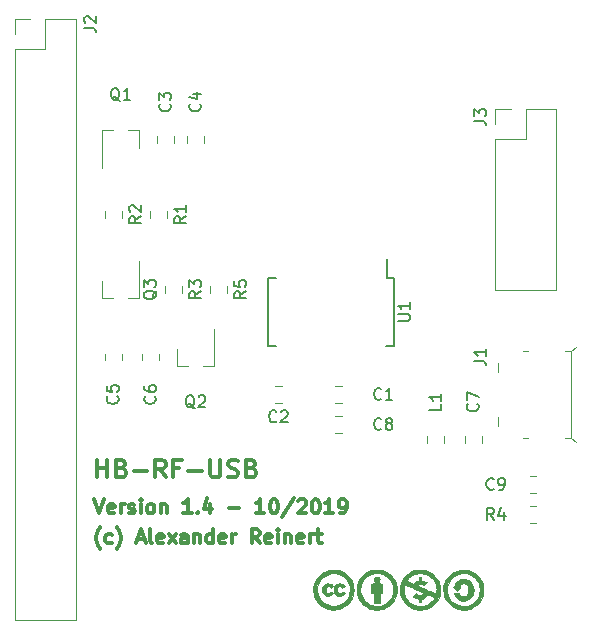
<source format=gbr>
G04 #@! TF.GenerationSoftware,KiCad,Pcbnew,(5.1.4)-1*
G04 #@! TF.CreationDate,2019-10-16T18:51:52+02:00*
G04 #@! TF.ProjectId,HB-RF-USB,48422d52-462d-4555-9342-2e6b69636164,rev?*
G04 #@! TF.SameCoordinates,Original*
G04 #@! TF.FileFunction,Legend,Top*
G04 #@! TF.FilePolarity,Positive*
%FSLAX46Y46*%
G04 Gerber Fmt 4.6, Leading zero omitted, Abs format (unit mm)*
G04 Created by KiCad (PCBNEW (5.1.4)-1) date 2019-10-16 18:51:52*
%MOMM*%
%LPD*%
G04 APERTURE LIST*
%ADD10C,0.300000*%
%ADD11C,0.120000*%
%ADD12C,0.010000*%
%ADD13C,0.150000*%
%ADD14R,1.700000X1.700000*%
%ADD15O,1.700000X1.700000*%
%ADD16C,0.700000*%
%ADD17C,4.400000*%
%ADD18C,0.100000*%
%ADD19C,1.150000*%
%ADD20C,1.000000*%
%ADD21O,2.000000X1.090000*%
%ADD22O,1.600000X1.050000*%
%ADD23C,0.550000*%
%ADD24C,0.400000*%
%ADD25R,0.800000X1.900000*%
%ADD26R,0.450000X1.750000*%
G04 APERTURE END LIST*
D10*
X38409285Y-92052857D02*
X38809285Y-93252857D01*
X39209285Y-92052857D01*
X40066428Y-93195714D02*
X39952142Y-93252857D01*
X39723571Y-93252857D01*
X39609285Y-93195714D01*
X39552142Y-93081428D01*
X39552142Y-92624285D01*
X39609285Y-92510000D01*
X39723571Y-92452857D01*
X39952142Y-92452857D01*
X40066428Y-92510000D01*
X40123571Y-92624285D01*
X40123571Y-92738571D01*
X39552142Y-92852857D01*
X40637857Y-93252857D02*
X40637857Y-92452857D01*
X40637857Y-92681428D02*
X40695000Y-92567142D01*
X40752142Y-92510000D01*
X40866428Y-92452857D01*
X40980714Y-92452857D01*
X41323571Y-93195714D02*
X41437857Y-93252857D01*
X41666428Y-93252857D01*
X41780714Y-93195714D01*
X41837857Y-93081428D01*
X41837857Y-93024285D01*
X41780714Y-92910000D01*
X41666428Y-92852857D01*
X41495000Y-92852857D01*
X41380714Y-92795714D01*
X41323571Y-92681428D01*
X41323571Y-92624285D01*
X41380714Y-92510000D01*
X41495000Y-92452857D01*
X41666428Y-92452857D01*
X41780714Y-92510000D01*
X42352142Y-93252857D02*
X42352142Y-92452857D01*
X42352142Y-92052857D02*
X42295000Y-92110000D01*
X42352142Y-92167142D01*
X42409285Y-92110000D01*
X42352142Y-92052857D01*
X42352142Y-92167142D01*
X43095000Y-93252857D02*
X42980714Y-93195714D01*
X42923571Y-93138571D01*
X42866428Y-93024285D01*
X42866428Y-92681428D01*
X42923571Y-92567142D01*
X42980714Y-92510000D01*
X43095000Y-92452857D01*
X43266428Y-92452857D01*
X43380714Y-92510000D01*
X43437857Y-92567142D01*
X43495000Y-92681428D01*
X43495000Y-93024285D01*
X43437857Y-93138571D01*
X43380714Y-93195714D01*
X43266428Y-93252857D01*
X43095000Y-93252857D01*
X44009285Y-92452857D02*
X44009285Y-93252857D01*
X44009285Y-92567142D02*
X44066428Y-92510000D01*
X44180714Y-92452857D01*
X44352142Y-92452857D01*
X44466428Y-92510000D01*
X44523571Y-92624285D01*
X44523571Y-93252857D01*
X46637857Y-93252857D02*
X45952142Y-93252857D01*
X46295000Y-93252857D02*
X46295000Y-92052857D01*
X46180714Y-92224285D01*
X46066428Y-92338571D01*
X45952142Y-92395714D01*
X47152142Y-93138571D02*
X47209285Y-93195714D01*
X47152142Y-93252857D01*
X47095000Y-93195714D01*
X47152142Y-93138571D01*
X47152142Y-93252857D01*
X48237857Y-92452857D02*
X48237857Y-93252857D01*
X47952142Y-91995714D02*
X47666428Y-92852857D01*
X48409285Y-92852857D01*
X49780714Y-92795714D02*
X50695000Y-92795714D01*
X52809285Y-93252857D02*
X52123571Y-93252857D01*
X52466428Y-93252857D02*
X52466428Y-92052857D01*
X52352142Y-92224285D01*
X52237857Y-92338571D01*
X52123571Y-92395714D01*
X53552142Y-92052857D02*
X53666428Y-92052857D01*
X53780714Y-92110000D01*
X53837857Y-92167142D01*
X53895000Y-92281428D01*
X53952142Y-92510000D01*
X53952142Y-92795714D01*
X53895000Y-93024285D01*
X53837857Y-93138571D01*
X53780714Y-93195714D01*
X53666428Y-93252857D01*
X53552142Y-93252857D01*
X53437857Y-93195714D01*
X53380714Y-93138571D01*
X53323571Y-93024285D01*
X53266428Y-92795714D01*
X53266428Y-92510000D01*
X53323571Y-92281428D01*
X53380714Y-92167142D01*
X53437857Y-92110000D01*
X53552142Y-92052857D01*
X55323571Y-91995714D02*
X54295000Y-93538571D01*
X55666428Y-92167142D02*
X55723571Y-92110000D01*
X55837857Y-92052857D01*
X56123571Y-92052857D01*
X56237857Y-92110000D01*
X56295000Y-92167142D01*
X56352142Y-92281428D01*
X56352142Y-92395714D01*
X56295000Y-92567142D01*
X55609285Y-93252857D01*
X56352142Y-93252857D01*
X57095000Y-92052857D02*
X57209285Y-92052857D01*
X57323571Y-92110000D01*
X57380714Y-92167142D01*
X57437857Y-92281428D01*
X57495000Y-92510000D01*
X57495000Y-92795714D01*
X57437857Y-93024285D01*
X57380714Y-93138571D01*
X57323571Y-93195714D01*
X57209285Y-93252857D01*
X57095000Y-93252857D01*
X56980714Y-93195714D01*
X56923571Y-93138571D01*
X56866428Y-93024285D01*
X56809285Y-92795714D01*
X56809285Y-92510000D01*
X56866428Y-92281428D01*
X56923571Y-92167142D01*
X56980714Y-92110000D01*
X57095000Y-92052857D01*
X58637857Y-93252857D02*
X57952142Y-93252857D01*
X58295000Y-93252857D02*
X58295000Y-92052857D01*
X58180714Y-92224285D01*
X58066428Y-92338571D01*
X57952142Y-92395714D01*
X59209285Y-93252857D02*
X59437857Y-93252857D01*
X59552142Y-93195714D01*
X59609285Y-93138571D01*
X59723571Y-92967142D01*
X59780714Y-92738571D01*
X59780714Y-92281428D01*
X59723571Y-92167142D01*
X59666428Y-92110000D01*
X59552142Y-92052857D01*
X59323571Y-92052857D01*
X59209285Y-92110000D01*
X59152142Y-92167142D01*
X59095000Y-92281428D01*
X59095000Y-92567142D01*
X59152142Y-92681428D01*
X59209285Y-92738571D01*
X59323571Y-92795714D01*
X59552142Y-92795714D01*
X59666428Y-92738571D01*
X59723571Y-92681428D01*
X59780714Y-92567142D01*
X38923571Y-96250000D02*
X38866428Y-96192857D01*
X38752142Y-96021428D01*
X38695000Y-95907142D01*
X38637857Y-95735714D01*
X38580714Y-95450000D01*
X38580714Y-95221428D01*
X38637857Y-94935714D01*
X38695000Y-94764285D01*
X38752142Y-94650000D01*
X38866428Y-94478571D01*
X38923571Y-94421428D01*
X39895000Y-95735714D02*
X39780714Y-95792857D01*
X39552142Y-95792857D01*
X39437857Y-95735714D01*
X39380714Y-95678571D01*
X39323571Y-95564285D01*
X39323571Y-95221428D01*
X39380714Y-95107142D01*
X39437857Y-95050000D01*
X39552142Y-94992857D01*
X39780714Y-94992857D01*
X39895000Y-95050000D01*
X40295000Y-96250000D02*
X40352142Y-96192857D01*
X40466428Y-96021428D01*
X40523571Y-95907142D01*
X40580714Y-95735714D01*
X40637857Y-95450000D01*
X40637857Y-95221428D01*
X40580714Y-94935714D01*
X40523571Y-94764285D01*
X40466428Y-94650000D01*
X40352142Y-94478571D01*
X40295000Y-94421428D01*
X42066428Y-95450000D02*
X42637857Y-95450000D01*
X41952142Y-95792857D02*
X42352142Y-94592857D01*
X42752142Y-95792857D01*
X43323571Y-95792857D02*
X43209285Y-95735714D01*
X43152142Y-95621428D01*
X43152142Y-94592857D01*
X44237857Y-95735714D02*
X44123571Y-95792857D01*
X43895000Y-95792857D01*
X43780714Y-95735714D01*
X43723571Y-95621428D01*
X43723571Y-95164285D01*
X43780714Y-95050000D01*
X43895000Y-94992857D01*
X44123571Y-94992857D01*
X44237857Y-95050000D01*
X44295000Y-95164285D01*
X44295000Y-95278571D01*
X43723571Y-95392857D01*
X44695000Y-95792857D02*
X45323571Y-94992857D01*
X44695000Y-94992857D02*
X45323571Y-95792857D01*
X46295000Y-95792857D02*
X46295000Y-95164285D01*
X46237857Y-95050000D01*
X46123571Y-94992857D01*
X45895000Y-94992857D01*
X45780714Y-95050000D01*
X46295000Y-95735714D02*
X46180714Y-95792857D01*
X45895000Y-95792857D01*
X45780714Y-95735714D01*
X45723571Y-95621428D01*
X45723571Y-95507142D01*
X45780714Y-95392857D01*
X45895000Y-95335714D01*
X46180714Y-95335714D01*
X46295000Y-95278571D01*
X46866428Y-94992857D02*
X46866428Y-95792857D01*
X46866428Y-95107142D02*
X46923571Y-95050000D01*
X47037857Y-94992857D01*
X47209285Y-94992857D01*
X47323571Y-95050000D01*
X47380714Y-95164285D01*
X47380714Y-95792857D01*
X48466428Y-95792857D02*
X48466428Y-94592857D01*
X48466428Y-95735714D02*
X48352142Y-95792857D01*
X48123571Y-95792857D01*
X48009285Y-95735714D01*
X47952142Y-95678571D01*
X47895000Y-95564285D01*
X47895000Y-95221428D01*
X47952142Y-95107142D01*
X48009285Y-95050000D01*
X48123571Y-94992857D01*
X48352142Y-94992857D01*
X48466428Y-95050000D01*
X49495000Y-95735714D02*
X49380714Y-95792857D01*
X49152142Y-95792857D01*
X49037857Y-95735714D01*
X48980714Y-95621428D01*
X48980714Y-95164285D01*
X49037857Y-95050000D01*
X49152142Y-94992857D01*
X49380714Y-94992857D01*
X49495000Y-95050000D01*
X49552142Y-95164285D01*
X49552142Y-95278571D01*
X48980714Y-95392857D01*
X50066428Y-95792857D02*
X50066428Y-94992857D01*
X50066428Y-95221428D02*
X50123571Y-95107142D01*
X50180714Y-95050000D01*
X50295000Y-94992857D01*
X50409285Y-94992857D01*
X52409285Y-95792857D02*
X52009285Y-95221428D01*
X51723571Y-95792857D02*
X51723571Y-94592857D01*
X52180714Y-94592857D01*
X52295000Y-94650000D01*
X52352142Y-94707142D01*
X52409285Y-94821428D01*
X52409285Y-94992857D01*
X52352142Y-95107142D01*
X52295000Y-95164285D01*
X52180714Y-95221428D01*
X51723571Y-95221428D01*
X53380714Y-95735714D02*
X53266428Y-95792857D01*
X53037857Y-95792857D01*
X52923571Y-95735714D01*
X52866428Y-95621428D01*
X52866428Y-95164285D01*
X52923571Y-95050000D01*
X53037857Y-94992857D01*
X53266428Y-94992857D01*
X53380714Y-95050000D01*
X53437857Y-95164285D01*
X53437857Y-95278571D01*
X52866428Y-95392857D01*
X53952142Y-95792857D02*
X53952142Y-94992857D01*
X53952142Y-94592857D02*
X53895000Y-94650000D01*
X53952142Y-94707142D01*
X54009285Y-94650000D01*
X53952142Y-94592857D01*
X53952142Y-94707142D01*
X54523571Y-94992857D02*
X54523571Y-95792857D01*
X54523571Y-95107142D02*
X54580714Y-95050000D01*
X54695000Y-94992857D01*
X54866428Y-94992857D01*
X54980714Y-95050000D01*
X55037857Y-95164285D01*
X55037857Y-95792857D01*
X56066428Y-95735714D02*
X55952142Y-95792857D01*
X55723571Y-95792857D01*
X55609285Y-95735714D01*
X55552142Y-95621428D01*
X55552142Y-95164285D01*
X55609285Y-95050000D01*
X55723571Y-94992857D01*
X55952142Y-94992857D01*
X56066428Y-95050000D01*
X56123571Y-95164285D01*
X56123571Y-95278571D01*
X55552142Y-95392857D01*
X56637857Y-95792857D02*
X56637857Y-94992857D01*
X56637857Y-95221428D02*
X56695000Y-95107142D01*
X56752142Y-95050000D01*
X56866428Y-94992857D01*
X56980714Y-94992857D01*
X57209285Y-94992857D02*
X57666428Y-94992857D01*
X57380714Y-94592857D02*
X57380714Y-95621428D01*
X57437857Y-95735714D01*
X57552142Y-95792857D01*
X57666428Y-95792857D01*
X38652142Y-90213571D02*
X38652142Y-88713571D01*
X38652142Y-89427857D02*
X39509285Y-89427857D01*
X39509285Y-90213571D02*
X39509285Y-88713571D01*
X40723571Y-89427857D02*
X40937857Y-89499285D01*
X41009285Y-89570714D01*
X41080714Y-89713571D01*
X41080714Y-89927857D01*
X41009285Y-90070714D01*
X40937857Y-90142142D01*
X40795000Y-90213571D01*
X40223571Y-90213571D01*
X40223571Y-88713571D01*
X40723571Y-88713571D01*
X40866428Y-88785000D01*
X40937857Y-88856428D01*
X41009285Y-88999285D01*
X41009285Y-89142142D01*
X40937857Y-89285000D01*
X40866428Y-89356428D01*
X40723571Y-89427857D01*
X40223571Y-89427857D01*
X41723571Y-89642142D02*
X42866428Y-89642142D01*
X44437857Y-90213571D02*
X43937857Y-89499285D01*
X43580714Y-90213571D02*
X43580714Y-88713571D01*
X44152142Y-88713571D01*
X44295000Y-88785000D01*
X44366428Y-88856428D01*
X44437857Y-88999285D01*
X44437857Y-89213571D01*
X44366428Y-89356428D01*
X44295000Y-89427857D01*
X44152142Y-89499285D01*
X43580714Y-89499285D01*
X45580714Y-89427857D02*
X45080714Y-89427857D01*
X45080714Y-90213571D02*
X45080714Y-88713571D01*
X45795000Y-88713571D01*
X46366428Y-89642142D02*
X47509285Y-89642142D01*
X48223571Y-88713571D02*
X48223571Y-89927857D01*
X48295000Y-90070714D01*
X48366428Y-90142142D01*
X48509285Y-90213571D01*
X48795000Y-90213571D01*
X48937857Y-90142142D01*
X49009285Y-90070714D01*
X49080714Y-89927857D01*
X49080714Y-88713571D01*
X49723571Y-90142142D02*
X49937857Y-90213571D01*
X50295000Y-90213571D01*
X50437857Y-90142142D01*
X50509285Y-90070714D01*
X50580714Y-89927857D01*
X50580714Y-89785000D01*
X50509285Y-89642142D01*
X50437857Y-89570714D01*
X50295000Y-89499285D01*
X50009285Y-89427857D01*
X49866428Y-89356428D01*
X49795000Y-89285000D01*
X49723571Y-89142142D01*
X49723571Y-88999285D01*
X49795000Y-88856428D01*
X49866428Y-88785000D01*
X50009285Y-88713571D01*
X50366428Y-88713571D01*
X50580714Y-88785000D01*
X51723571Y-89427857D02*
X51937857Y-89499285D01*
X52009285Y-89570714D01*
X52080714Y-89713571D01*
X52080714Y-89927857D01*
X52009285Y-90070714D01*
X51937857Y-90142142D01*
X51795000Y-90213571D01*
X51223571Y-90213571D01*
X51223571Y-88713571D01*
X51723571Y-88713571D01*
X51866428Y-88785000D01*
X51937857Y-88856428D01*
X52009285Y-88999285D01*
X52009285Y-89142142D01*
X51937857Y-89285000D01*
X51866428Y-89356428D01*
X51723571Y-89427857D01*
X51223571Y-89427857D01*
D11*
X31670000Y-102295000D02*
X36870000Y-102295000D01*
X31670000Y-53975000D02*
X31670000Y-102295000D01*
X36870000Y-51375000D02*
X36870000Y-102295000D01*
X31670000Y-53975000D02*
X34270000Y-53975000D01*
X34270000Y-53975000D02*
X34270000Y-51375000D01*
X34270000Y-51375000D02*
X36870000Y-51375000D01*
X31670000Y-52705000D02*
X31670000Y-51375000D01*
X31670000Y-51375000D02*
X33000000Y-51375000D01*
D12*
G36*
X69766663Y-98825908D02*
G01*
X69891036Y-98845343D01*
X69943844Y-98859392D01*
X70093363Y-98924606D01*
X70224457Y-99019163D01*
X70334517Y-99139748D01*
X70420937Y-99283048D01*
X70481109Y-99445749D01*
X70506997Y-99575132D01*
X70517633Y-99769657D01*
X70496671Y-99952556D01*
X70444830Y-100120875D01*
X70362827Y-100271658D01*
X70325782Y-100321424D01*
X70202105Y-100447147D01*
X70058981Y-100543440D01*
X69899940Y-100608961D01*
X69728512Y-100642365D01*
X69548228Y-100642307D01*
X69498715Y-100636412D01*
X69345463Y-100596754D01*
X69207160Y-100526164D01*
X69087761Y-100428294D01*
X68991223Y-100306792D01*
X68921504Y-100165308D01*
X68896080Y-100080536D01*
X68873558Y-99985286D01*
X69301406Y-99985286D01*
X69321431Y-100064810D01*
X69356372Y-100141170D01*
X69415267Y-100209618D01*
X69486973Y-100258550D01*
X69519225Y-100270773D01*
X69564607Y-100278324D01*
X69629601Y-100283232D01*
X69679430Y-100284337D01*
X69788061Y-100269945D01*
X69878656Y-100225985D01*
X69954732Y-100150288D01*
X69993714Y-100090772D01*
X70041243Y-99980879D01*
X70069892Y-99856405D01*
X70080233Y-99724910D01*
X70072837Y-99593952D01*
X70048276Y-99471091D01*
X70007121Y-99363885D01*
X69949946Y-99279895D01*
X69930987Y-99261429D01*
X69841483Y-99205796D01*
X69735325Y-99176851D01*
X69621370Y-99175474D01*
X69508472Y-99202548D01*
X69476462Y-99216194D01*
X69415718Y-99259748D01*
X69362647Y-99323185D01*
X69327726Y-99392629D01*
X69320680Y-99422479D01*
X69323127Y-99456802D01*
X69349096Y-99473275D01*
X69365231Y-99476908D01*
X69384984Y-99481749D01*
X69393418Y-99490016D01*
X69387666Y-99506068D01*
X69364859Y-99534262D01*
X69322131Y-99578959D01*
X69256614Y-99644516D01*
X69251838Y-99649265D01*
X69088000Y-99812172D01*
X68924120Y-99649265D01*
X68760239Y-99486357D01*
X68819798Y-99477286D01*
X68858150Y-99467169D01*
X68881464Y-99444703D01*
X68899522Y-99399267D01*
X68903339Y-99386571D01*
X68966988Y-99219692D01*
X69051613Y-99082130D01*
X69157946Y-98973090D01*
X69286719Y-98891777D01*
X69398314Y-98848555D01*
X69506321Y-98827237D01*
X69633764Y-98819781D01*
X69766663Y-98825908D01*
X69766663Y-98825908D01*
G37*
X69766663Y-98825908D02*
X69891036Y-98845343D01*
X69943844Y-98859392D01*
X70093363Y-98924606D01*
X70224457Y-99019163D01*
X70334517Y-99139748D01*
X70420937Y-99283048D01*
X70481109Y-99445749D01*
X70506997Y-99575132D01*
X70517633Y-99769657D01*
X70496671Y-99952556D01*
X70444830Y-100120875D01*
X70362827Y-100271658D01*
X70325782Y-100321424D01*
X70202105Y-100447147D01*
X70058981Y-100543440D01*
X69899940Y-100608961D01*
X69728512Y-100642365D01*
X69548228Y-100642307D01*
X69498715Y-100636412D01*
X69345463Y-100596754D01*
X69207160Y-100526164D01*
X69087761Y-100428294D01*
X68991223Y-100306792D01*
X68921504Y-100165308D01*
X68896080Y-100080536D01*
X68873558Y-99985286D01*
X69301406Y-99985286D01*
X69321431Y-100064810D01*
X69356372Y-100141170D01*
X69415267Y-100209618D01*
X69486973Y-100258550D01*
X69519225Y-100270773D01*
X69564607Y-100278324D01*
X69629601Y-100283232D01*
X69679430Y-100284337D01*
X69788061Y-100269945D01*
X69878656Y-100225985D01*
X69954732Y-100150288D01*
X69993714Y-100090772D01*
X70041243Y-99980879D01*
X70069892Y-99856405D01*
X70080233Y-99724910D01*
X70072837Y-99593952D01*
X70048276Y-99471091D01*
X70007121Y-99363885D01*
X69949946Y-99279895D01*
X69930987Y-99261429D01*
X69841483Y-99205796D01*
X69735325Y-99176851D01*
X69621370Y-99175474D01*
X69508472Y-99202548D01*
X69476462Y-99216194D01*
X69415718Y-99259748D01*
X69362647Y-99323185D01*
X69327726Y-99392629D01*
X69320680Y-99422479D01*
X69323127Y-99456802D01*
X69349096Y-99473275D01*
X69365231Y-99476908D01*
X69384984Y-99481749D01*
X69393418Y-99490016D01*
X69387666Y-99506068D01*
X69364859Y-99534262D01*
X69322131Y-99578959D01*
X69256614Y-99644516D01*
X69251838Y-99649265D01*
X69088000Y-99812172D01*
X68924120Y-99649265D01*
X68760239Y-99486357D01*
X68819798Y-99477286D01*
X68858150Y-99467169D01*
X68881464Y-99444703D01*
X68899522Y-99399267D01*
X68903339Y-99386571D01*
X68966988Y-99219692D01*
X69051613Y-99082130D01*
X69157946Y-98973090D01*
X69286719Y-98891777D01*
X69398314Y-98848555D01*
X69506321Y-98827237D01*
X69633764Y-98819781D01*
X69766663Y-98825908D01*
G36*
X62376171Y-98613794D02*
G01*
X62453934Y-98643599D01*
X62490167Y-98671972D01*
X62532515Y-98737539D01*
X62551080Y-98818013D01*
X62546575Y-98902491D01*
X62519713Y-98980067D01*
X62471206Y-99039836D01*
X62465845Y-99043939D01*
X62400544Y-99074028D01*
X62318737Y-99087477D01*
X62237226Y-99082044D01*
X62217534Y-99077075D01*
X62151664Y-99044222D01*
X62109404Y-98990437D01*
X62088336Y-98911536D01*
X62084857Y-98847515D01*
X62086675Y-98780692D01*
X62094724Y-98737382D01*
X62112899Y-98704889D01*
X62136556Y-98678939D01*
X62206721Y-98631675D01*
X62290179Y-98609890D01*
X62376171Y-98613794D01*
X62376171Y-98613794D01*
G37*
X62376171Y-98613794D02*
X62453934Y-98643599D01*
X62490167Y-98671972D01*
X62532515Y-98737539D01*
X62551080Y-98818013D01*
X62546575Y-98902491D01*
X62519713Y-98980067D01*
X62471206Y-99039836D01*
X62465845Y-99043939D01*
X62400544Y-99074028D01*
X62318737Y-99087477D01*
X62237226Y-99082044D01*
X62217534Y-99077075D01*
X62151664Y-99044222D01*
X62109404Y-98990437D01*
X62088336Y-98911536D01*
X62084857Y-98847515D01*
X62086675Y-98780692D01*
X62094724Y-98737382D01*
X62112899Y-98704889D01*
X62136556Y-98678939D01*
X62206721Y-98631675D01*
X62290179Y-98609890D01*
X62376171Y-98613794D01*
G36*
X62450225Y-99187335D02*
G01*
X62552439Y-99188542D01*
X62627533Y-99190925D01*
X62680089Y-99194789D01*
X62714685Y-99200437D01*
X62735904Y-99208174D01*
X62745775Y-99215510D01*
X62755627Y-99230294D01*
X62762980Y-99255400D01*
X62768174Y-99295604D01*
X62771551Y-99355681D01*
X62773453Y-99440407D01*
X62774220Y-99554559D01*
X62774285Y-99614653D01*
X62774285Y-99985286D01*
X62574714Y-99985286D01*
X62574714Y-100819857D01*
X62048571Y-100819857D01*
X62048571Y-99985286D01*
X61849000Y-99985286D01*
X61849000Y-99616169D01*
X61849259Y-99490306D01*
X61850312Y-99395727D01*
X61852577Y-99327434D01*
X61856467Y-99280429D01*
X61862398Y-99249711D01*
X61870787Y-99230283D01*
X61882048Y-99217144D01*
X61882178Y-99217026D01*
X61897241Y-99207071D01*
X61920646Y-99199549D01*
X61957110Y-99194132D01*
X62011348Y-99190495D01*
X62088079Y-99188312D01*
X62192017Y-99187256D01*
X62316311Y-99187000D01*
X62450225Y-99187335D01*
X62450225Y-99187335D01*
G37*
X62450225Y-99187335D02*
X62552439Y-99188542D01*
X62627533Y-99190925D01*
X62680089Y-99194789D01*
X62714685Y-99200437D01*
X62735904Y-99208174D01*
X62745775Y-99215510D01*
X62755627Y-99230294D01*
X62762980Y-99255400D01*
X62768174Y-99295604D01*
X62771551Y-99355681D01*
X62773453Y-99440407D01*
X62774220Y-99554559D01*
X62774285Y-99614653D01*
X62774285Y-99985286D01*
X62574714Y-99985286D01*
X62574714Y-100819857D01*
X62048571Y-100819857D01*
X62048571Y-99985286D01*
X61849000Y-99985286D01*
X61849000Y-99616169D01*
X61849259Y-99490306D01*
X61850312Y-99395727D01*
X61852577Y-99327434D01*
X61856467Y-99280429D01*
X61862398Y-99249711D01*
X61870787Y-99230283D01*
X61882048Y-99217144D01*
X61882178Y-99217026D01*
X61897241Y-99207071D01*
X61920646Y-99199549D01*
X61957110Y-99194132D01*
X62011348Y-99190495D01*
X62088079Y-99188312D01*
X62192017Y-99187256D01*
X62316311Y-99187000D01*
X62450225Y-99187335D01*
G36*
X59209862Y-99189204D02*
G01*
X59316450Y-99203754D01*
X59408076Y-99231007D01*
X59441331Y-99247349D01*
X59495885Y-99285177D01*
X59546012Y-99329834D01*
X59584919Y-99373907D01*
X59605816Y-99409981D01*
X59605835Y-99426937D01*
X59585869Y-99442341D01*
X59542999Y-99467670D01*
X59493642Y-99493770D01*
X59390643Y-99545729D01*
X59357224Y-99501347D01*
X59317186Y-99462634D01*
X59265664Y-99429273D01*
X59262603Y-99427779D01*
X59187501Y-99410370D01*
X59111906Y-99423713D01*
X59047134Y-99464468D01*
X59018735Y-99499756D01*
X58982796Y-99587561D01*
X58969409Y-99687552D01*
X58977706Y-99788932D01*
X59006818Y-99880902D01*
X59055075Y-99951867D01*
X59093600Y-99983969D01*
X59135032Y-99999281D01*
X59195267Y-100003413D01*
X59201140Y-100003429D01*
X59260973Y-100000564D01*
X59301487Y-99987248D01*
X59339494Y-99956400D01*
X59357934Y-99937382D01*
X59420224Y-99871335D01*
X59510946Y-99913826D01*
X59562810Y-99939896D01*
X59599732Y-99961765D01*
X59610817Y-99971124D01*
X59607219Y-99996789D01*
X59580568Y-100036255D01*
X59537547Y-100082528D01*
X59484839Y-100128616D01*
X59429128Y-100167524D01*
X59415874Y-100175114D01*
X59310954Y-100215178D01*
X59190212Y-100234238D01*
X59068270Y-100231033D01*
X58982428Y-100212493D01*
X58872460Y-100158284D01*
X58781355Y-100073930D01*
X58716622Y-99972249D01*
X58690730Y-99913917D01*
X58675455Y-99860976D01*
X58668166Y-99799803D01*
X58666228Y-99716776D01*
X58666224Y-99711534D01*
X58667745Y-99628801D01*
X58674148Y-99568821D01*
X58688194Y-99518127D01*
X58712646Y-99463247D01*
X58720193Y-99448301D01*
X58790604Y-99344219D01*
X58881132Y-99262783D01*
X58984677Y-99210076D01*
X59005870Y-99203640D01*
X59101830Y-99188714D01*
X59209862Y-99189204D01*
X59209862Y-99189204D01*
G37*
X59209862Y-99189204D02*
X59316450Y-99203754D01*
X59408076Y-99231007D01*
X59441331Y-99247349D01*
X59495885Y-99285177D01*
X59546012Y-99329834D01*
X59584919Y-99373907D01*
X59605816Y-99409981D01*
X59605835Y-99426937D01*
X59585869Y-99442341D01*
X59542999Y-99467670D01*
X59493642Y-99493770D01*
X59390643Y-99545729D01*
X59357224Y-99501347D01*
X59317186Y-99462634D01*
X59265664Y-99429273D01*
X59262603Y-99427779D01*
X59187501Y-99410370D01*
X59111906Y-99423713D01*
X59047134Y-99464468D01*
X59018735Y-99499756D01*
X58982796Y-99587561D01*
X58969409Y-99687552D01*
X58977706Y-99788932D01*
X59006818Y-99880902D01*
X59055075Y-99951867D01*
X59093600Y-99983969D01*
X59135032Y-99999281D01*
X59195267Y-100003413D01*
X59201140Y-100003429D01*
X59260973Y-100000564D01*
X59301487Y-99987248D01*
X59339494Y-99956400D01*
X59357934Y-99937382D01*
X59420224Y-99871335D01*
X59510946Y-99913826D01*
X59562810Y-99939896D01*
X59599732Y-99961765D01*
X59610817Y-99971124D01*
X59607219Y-99996789D01*
X59580568Y-100036255D01*
X59537547Y-100082528D01*
X59484839Y-100128616D01*
X59429128Y-100167524D01*
X59415874Y-100175114D01*
X59310954Y-100215178D01*
X59190212Y-100234238D01*
X59068270Y-100231033D01*
X58982428Y-100212493D01*
X58872460Y-100158284D01*
X58781355Y-100073930D01*
X58716622Y-99972249D01*
X58690730Y-99913917D01*
X58675455Y-99860976D01*
X58668166Y-99799803D01*
X58666228Y-99716776D01*
X58666224Y-99711534D01*
X58667745Y-99628801D01*
X58674148Y-99568821D01*
X58688194Y-99518127D01*
X58712646Y-99463247D01*
X58720193Y-99448301D01*
X58790604Y-99344219D01*
X58881132Y-99262783D01*
X58984677Y-99210076D01*
X59005870Y-99203640D01*
X59101830Y-99188714D01*
X59209862Y-99189204D01*
G36*
X58291047Y-99194561D02*
G01*
X58377554Y-99212161D01*
X58385969Y-99214965D01*
X58434465Y-99239033D01*
X58490169Y-99276797D01*
X58544592Y-99321057D01*
X58589249Y-99364610D01*
X58615652Y-99400254D01*
X58619356Y-99413027D01*
X58604480Y-99430674D01*
X58565699Y-99458724D01*
X58511748Y-99490912D01*
X58404355Y-99549896D01*
X58365909Y-99495903D01*
X58306165Y-99440917D01*
X58231000Y-99414761D01*
X58150219Y-99420180D01*
X58125717Y-99428639D01*
X58062912Y-99466686D01*
X58021199Y-99522723D01*
X57996940Y-99603057D01*
X57989280Y-99665165D01*
X57989892Y-99781167D01*
X58013393Y-99872082D01*
X58060999Y-99941926D01*
X58077889Y-99957478D01*
X58143378Y-99993108D01*
X58218087Y-100004361D01*
X58291416Y-99992538D01*
X58352766Y-99958942D01*
X58384787Y-99919782D01*
X58406276Y-99889672D01*
X58433113Y-99879365D01*
X58472882Y-99889242D01*
X58533167Y-99919686D01*
X58547896Y-99928015D01*
X58638220Y-99979602D01*
X58563186Y-100064845D01*
X58476029Y-100147843D01*
X58383586Y-100200228D01*
X58275438Y-100226957D01*
X58211357Y-100232288D01*
X58138195Y-100233034D01*
X58071956Y-100229665D01*
X58029928Y-100223499D01*
X57916771Y-100176018D01*
X57818817Y-100099686D01*
X57743283Y-100001046D01*
X57712312Y-99935452D01*
X57682620Y-99812926D01*
X57676947Y-99678503D01*
X57695252Y-99547453D01*
X57713445Y-99487805D01*
X57761103Y-99398958D01*
X57831069Y-99316320D01*
X57913395Y-99249638D01*
X57998133Y-99208659D01*
X57998436Y-99208568D01*
X58085149Y-99192494D01*
X58188132Y-99187915D01*
X58291047Y-99194561D01*
X58291047Y-99194561D01*
G37*
X58291047Y-99194561D02*
X58377554Y-99212161D01*
X58385969Y-99214965D01*
X58434465Y-99239033D01*
X58490169Y-99276797D01*
X58544592Y-99321057D01*
X58589249Y-99364610D01*
X58615652Y-99400254D01*
X58619356Y-99413027D01*
X58604480Y-99430674D01*
X58565699Y-99458724D01*
X58511748Y-99490912D01*
X58404355Y-99549896D01*
X58365909Y-99495903D01*
X58306165Y-99440917D01*
X58231000Y-99414761D01*
X58150219Y-99420180D01*
X58125717Y-99428639D01*
X58062912Y-99466686D01*
X58021199Y-99522723D01*
X57996940Y-99603057D01*
X57989280Y-99665165D01*
X57989892Y-99781167D01*
X58013393Y-99872082D01*
X58060999Y-99941926D01*
X58077889Y-99957478D01*
X58143378Y-99993108D01*
X58218087Y-100004361D01*
X58291416Y-99992538D01*
X58352766Y-99958942D01*
X58384787Y-99919782D01*
X58406276Y-99889672D01*
X58433113Y-99879365D01*
X58472882Y-99889242D01*
X58533167Y-99919686D01*
X58547896Y-99928015D01*
X58638220Y-99979602D01*
X58563186Y-100064845D01*
X58476029Y-100147843D01*
X58383586Y-100200228D01*
X58275438Y-100226957D01*
X58211357Y-100232288D01*
X58138195Y-100233034D01*
X58071956Y-100229665D01*
X58029928Y-100223499D01*
X57916771Y-100176018D01*
X57818817Y-100099686D01*
X57743283Y-100001046D01*
X57712312Y-99935452D01*
X57682620Y-99812926D01*
X57676947Y-99678503D01*
X57695252Y-99547453D01*
X57713445Y-99487805D01*
X57761103Y-99398958D01*
X57831069Y-99316320D01*
X57913395Y-99249638D01*
X57998133Y-99208659D01*
X57998436Y-99208568D01*
X58085149Y-99192494D01*
X58188132Y-99187915D01*
X58291047Y-99194561D01*
G36*
X69805842Y-98017065D02*
G01*
X70050989Y-98056510D01*
X70185643Y-98093091D01*
X70404262Y-98180062D01*
X70609607Y-98299316D01*
X70798296Y-98448223D01*
X70966945Y-98624156D01*
X71097883Y-98802007D01*
X71206921Y-99003405D01*
X71285769Y-99220126D01*
X71334461Y-99447417D01*
X71353029Y-99680521D01*
X71341508Y-99914682D01*
X71299931Y-100145144D01*
X71228330Y-100367153D01*
X71126740Y-100575951D01*
X71084976Y-100643698D01*
X70946165Y-100824568D01*
X70779386Y-100988309D01*
X70590571Y-101130725D01*
X70385655Y-101247615D01*
X70170573Y-101334782D01*
X70065782Y-101364753D01*
X69898154Y-101395578D01*
X69716777Y-101410724D01*
X69535261Y-101409879D01*
X69367217Y-101392733D01*
X69310340Y-101382012D01*
X69076487Y-101316211D01*
X68864088Y-101224022D01*
X68668181Y-101102644D01*
X68483806Y-100949278D01*
X68405165Y-100871054D01*
X68246735Y-100680678D01*
X68121368Y-100475431D01*
X68029291Y-100255879D01*
X67970730Y-100022589D01*
X67945911Y-99776130D01*
X67945000Y-99717240D01*
X67945835Y-99702953D01*
X68256254Y-99702953D01*
X68259758Y-99841854D01*
X68273720Y-99965671D01*
X68279659Y-99996355D01*
X68341645Y-100199650D01*
X68434913Y-100390355D01*
X68555897Y-100565200D01*
X68701033Y-100720918D01*
X68866755Y-100854241D01*
X69049498Y-100961900D01*
X69245698Y-101040626D01*
X69451789Y-101087153D01*
X69472499Y-101089872D01*
X69630350Y-101098679D01*
X69799778Y-101090219D01*
X69961203Y-101065751D01*
X70004071Y-101055751D01*
X70191878Y-100990399D01*
X70374622Y-100893982D01*
X70545435Y-100771679D01*
X70697449Y-100628665D01*
X70823794Y-100470117D01*
X70862552Y-100408739D01*
X70948562Y-100228659D01*
X71007816Y-100030649D01*
X71039311Y-99822345D01*
X71042043Y-99611381D01*
X71015007Y-99405390D01*
X71001866Y-99349256D01*
X70934893Y-99159423D01*
X70836334Y-98977592D01*
X70710816Y-98809402D01*
X70562960Y-98660493D01*
X70397392Y-98536504D01*
X70282519Y-98471973D01*
X70152285Y-98412244D01*
X70037460Y-98370740D01*
X69925443Y-98344564D01*
X69803632Y-98330817D01*
X69659424Y-98326600D01*
X69650428Y-98326587D01*
X69473795Y-98333808D01*
X69319248Y-98357423D01*
X69175251Y-98400180D01*
X69030269Y-98464827D01*
X68997285Y-98482158D01*
X68817817Y-98598579D01*
X68655049Y-98743706D01*
X68513505Y-98912062D01*
X68397708Y-99098172D01*
X68312180Y-99296559D01*
X68303965Y-99321562D01*
X68278811Y-99430226D01*
X68262756Y-99561551D01*
X68256254Y-99702953D01*
X67945835Y-99702953D01*
X67959302Y-99472568D01*
X68003255Y-99246369D01*
X68078430Y-99034134D01*
X68186396Y-98831355D01*
X68317697Y-98647196D01*
X68484783Y-98466335D01*
X68672058Y-98314266D01*
X68876512Y-98191881D01*
X69095129Y-98100075D01*
X69324899Y-98039741D01*
X69562807Y-98011773D01*
X69805842Y-98017065D01*
X69805842Y-98017065D01*
G37*
X69805842Y-98017065D02*
X70050989Y-98056510D01*
X70185643Y-98093091D01*
X70404262Y-98180062D01*
X70609607Y-98299316D01*
X70798296Y-98448223D01*
X70966945Y-98624156D01*
X71097883Y-98802007D01*
X71206921Y-99003405D01*
X71285769Y-99220126D01*
X71334461Y-99447417D01*
X71353029Y-99680521D01*
X71341508Y-99914682D01*
X71299931Y-100145144D01*
X71228330Y-100367153D01*
X71126740Y-100575951D01*
X71084976Y-100643698D01*
X70946165Y-100824568D01*
X70779386Y-100988309D01*
X70590571Y-101130725D01*
X70385655Y-101247615D01*
X70170573Y-101334782D01*
X70065782Y-101364753D01*
X69898154Y-101395578D01*
X69716777Y-101410724D01*
X69535261Y-101409879D01*
X69367217Y-101392733D01*
X69310340Y-101382012D01*
X69076487Y-101316211D01*
X68864088Y-101224022D01*
X68668181Y-101102644D01*
X68483806Y-100949278D01*
X68405165Y-100871054D01*
X68246735Y-100680678D01*
X68121368Y-100475431D01*
X68029291Y-100255879D01*
X67970730Y-100022589D01*
X67945911Y-99776130D01*
X67945000Y-99717240D01*
X67945835Y-99702953D01*
X68256254Y-99702953D01*
X68259758Y-99841854D01*
X68273720Y-99965671D01*
X68279659Y-99996355D01*
X68341645Y-100199650D01*
X68434913Y-100390355D01*
X68555897Y-100565200D01*
X68701033Y-100720918D01*
X68866755Y-100854241D01*
X69049498Y-100961900D01*
X69245698Y-101040626D01*
X69451789Y-101087153D01*
X69472499Y-101089872D01*
X69630350Y-101098679D01*
X69799778Y-101090219D01*
X69961203Y-101065751D01*
X70004071Y-101055751D01*
X70191878Y-100990399D01*
X70374622Y-100893982D01*
X70545435Y-100771679D01*
X70697449Y-100628665D01*
X70823794Y-100470117D01*
X70862552Y-100408739D01*
X70948562Y-100228659D01*
X71007816Y-100030649D01*
X71039311Y-99822345D01*
X71042043Y-99611381D01*
X71015007Y-99405390D01*
X71001866Y-99349256D01*
X70934893Y-99159423D01*
X70836334Y-98977592D01*
X70710816Y-98809402D01*
X70562960Y-98660493D01*
X70397392Y-98536504D01*
X70282519Y-98471973D01*
X70152285Y-98412244D01*
X70037460Y-98370740D01*
X69925443Y-98344564D01*
X69803632Y-98330817D01*
X69659424Y-98326600D01*
X69650428Y-98326587D01*
X69473795Y-98333808D01*
X69319248Y-98357423D01*
X69175251Y-98400180D01*
X69030269Y-98464827D01*
X68997285Y-98482158D01*
X68817817Y-98598579D01*
X68655049Y-98743706D01*
X68513505Y-98912062D01*
X68397708Y-99098172D01*
X68312180Y-99296559D01*
X68303965Y-99321562D01*
X68278811Y-99430226D01*
X68262756Y-99561551D01*
X68256254Y-99702953D01*
X67945835Y-99702953D01*
X67959302Y-99472568D01*
X68003255Y-99246369D01*
X68078430Y-99034134D01*
X68186396Y-98831355D01*
X68317697Y-98647196D01*
X68484783Y-98466335D01*
X68672058Y-98314266D01*
X68876512Y-98191881D01*
X69095129Y-98100075D01*
X69324899Y-98039741D01*
X69562807Y-98011773D01*
X69805842Y-98017065D01*
G36*
X66139497Y-98017048D02*
G01*
X66374964Y-98054157D01*
X66601241Y-98121043D01*
X66812838Y-98217012D01*
X66916126Y-98278755D01*
X67115099Y-98429803D01*
X67287477Y-98604231D01*
X67431565Y-98799674D01*
X67545670Y-99013767D01*
X67628097Y-99244145D01*
X67639902Y-99289017D01*
X67665828Y-99432181D01*
X67679851Y-99596654D01*
X67681966Y-99769642D01*
X67672170Y-99938350D01*
X67650455Y-100089984D01*
X67640228Y-100135896D01*
X67570023Y-100356014D01*
X67472718Y-100556150D01*
X67345384Y-100741302D01*
X67185096Y-100916468D01*
X67180444Y-100920952D01*
X67014178Y-101066149D01*
X66846865Y-101181251D01*
X66669883Y-101271649D01*
X66539276Y-101321876D01*
X66310011Y-101382526D01*
X66072941Y-101412256D01*
X65836738Y-101410379D01*
X65677143Y-101390000D01*
X65451831Y-101331381D01*
X65235807Y-101240550D01*
X65032824Y-101120774D01*
X64846631Y-100975321D01*
X64680980Y-100807458D01*
X64539622Y-100620453D01*
X64426308Y-100417574D01*
X64356183Y-100239286D01*
X64322458Y-100124110D01*
X64299760Y-100018330D01*
X64286773Y-99910805D01*
X64282183Y-99790390D01*
X64283609Y-99707653D01*
X64588886Y-99707653D01*
X64597432Y-99884028D01*
X64624328Y-100040411D01*
X64672478Y-100189643D01*
X64723379Y-100302786D01*
X64840747Y-100501105D01*
X64982631Y-100672745D01*
X65149726Y-100818399D01*
X65342726Y-100938761D01*
X65379985Y-100957654D01*
X65491604Y-101008919D01*
X65591625Y-101045444D01*
X65690093Y-101069190D01*
X65797052Y-101082115D01*
X65922548Y-101086182D01*
X66030928Y-101084701D01*
X66146783Y-101080462D01*
X66235421Y-101073873D01*
X66305889Y-101063794D01*
X66367236Y-101049087D01*
X66402465Y-101037897D01*
X66567452Y-100973043D01*
X66710614Y-100896601D01*
X66843674Y-100801262D01*
X66978352Y-100679717D01*
X66981005Y-100677105D01*
X67059337Y-100595668D01*
X67122461Y-100521668D01*
X67167432Y-100459215D01*
X67191307Y-100412421D01*
X67191142Y-100385396D01*
X67190431Y-100384619D01*
X67169710Y-100372732D01*
X67122457Y-100349544D01*
X67055282Y-100318012D01*
X66974792Y-100281097D01*
X66887595Y-100241758D01*
X66800300Y-100202955D01*
X66719516Y-100167646D01*
X66651849Y-100138792D01*
X66603909Y-100119352D01*
X66582347Y-100112286D01*
X66568463Y-100127531D01*
X66551458Y-100164726D01*
X66549700Y-100169635D01*
X66496869Y-100268238D01*
X66414408Y-100353617D01*
X66307931Y-100421175D01*
X66189208Y-100464775D01*
X66103500Y-100486694D01*
X66101376Y-100612454D01*
X66099253Y-100738214D01*
X65903928Y-100738214D01*
X65893358Y-100479660D01*
X65786666Y-100467589D01*
X65691675Y-100446440D01*
X65586910Y-100406814D01*
X65488461Y-100355683D01*
X65424366Y-100310597D01*
X65380231Y-100273461D01*
X65500851Y-100152841D01*
X65621471Y-100032222D01*
X65663140Y-100071367D01*
X65734844Y-100121820D01*
X65823433Y-100159262D01*
X65919297Y-100182079D01*
X66012826Y-100188657D01*
X66094408Y-100177382D01*
X66147083Y-100152629D01*
X66176772Y-100124061D01*
X66190706Y-100087767D01*
X66194214Y-100029737D01*
X66194214Y-100028720D01*
X66192109Y-99974130D01*
X66181140Y-99942513D01*
X66154323Y-99920605D01*
X66130714Y-99908102D01*
X66079855Y-99883646D01*
X66004545Y-99848905D01*
X65908873Y-99805654D01*
X65796926Y-99755670D01*
X65672793Y-99700728D01*
X65540560Y-99642603D01*
X65404315Y-99583071D01*
X65268145Y-99523907D01*
X65136140Y-99466887D01*
X65012385Y-99413787D01*
X64900969Y-99366382D01*
X64805980Y-99326448D01*
X64731505Y-99295760D01*
X64681631Y-99276094D01*
X64660446Y-99269225D01*
X64660079Y-99269300D01*
X64644594Y-99295329D01*
X64628846Y-99349686D01*
X64614123Y-99424442D01*
X64601712Y-99511675D01*
X64592899Y-99603456D01*
X64588974Y-99691861D01*
X64588886Y-99707653D01*
X64283609Y-99707653D01*
X64284673Y-99645944D01*
X64285016Y-99636368D01*
X64305045Y-99406914D01*
X64348987Y-99200014D01*
X64419269Y-99008979D01*
X64456729Y-98940202D01*
X64824630Y-98940202D01*
X64840166Y-98956931D01*
X64880722Y-98981615D01*
X64937544Y-99008932D01*
X64938022Y-99009139D01*
X65001491Y-99036798D01*
X65086129Y-99073991D01*
X65179976Y-99115452D01*
X65255374Y-99148920D01*
X65459534Y-99239776D01*
X65496260Y-99167787D01*
X65561479Y-99079738D01*
X65657788Y-99009984D01*
X65784796Y-98958778D01*
X65844964Y-98943355D01*
X65871079Y-98935755D01*
X65885997Y-98921700D01*
X65892850Y-98892547D01*
X65894769Y-98839657D01*
X65894857Y-98805654D01*
X65894857Y-98679000D01*
X66094428Y-98679000D01*
X66094428Y-98931356D01*
X66162464Y-98942508D01*
X66245114Y-98961662D01*
X66333444Y-98991024D01*
X66414314Y-99025534D01*
X66474584Y-99060133D01*
X66481385Y-99065297D01*
X66531383Y-99105357D01*
X66312621Y-99321463D01*
X66226696Y-99279717D01*
X66134013Y-99245182D01*
X66041475Y-99229011D01*
X65955922Y-99230488D01*
X65884195Y-99248896D01*
X65833134Y-99283519D01*
X65811560Y-99323204D01*
X65807920Y-99364064D01*
X65815450Y-99386973D01*
X65835220Y-99397779D01*
X65884075Y-99421267D01*
X65957903Y-99455610D01*
X66052596Y-99498976D01*
X66164046Y-99549538D01*
X66288142Y-99605464D01*
X66420775Y-99664927D01*
X66557837Y-99726096D01*
X66695218Y-99787142D01*
X66828809Y-99846236D01*
X66954501Y-99901547D01*
X67068184Y-99951248D01*
X67165750Y-99993508D01*
X67243089Y-100026498D01*
X67296091Y-100048388D01*
X67320649Y-100057349D01*
X67321492Y-100057469D01*
X67339742Y-100042183D01*
X67352829Y-100007964D01*
X67375011Y-99845735D01*
X67377527Y-99667093D01*
X67361174Y-99485588D01*
X67326753Y-99314770D01*
X67308303Y-99253069D01*
X67233341Y-99080202D01*
X67127572Y-98912790D01*
X66996473Y-98756628D01*
X66845522Y-98617512D01*
X66680195Y-98501238D01*
X66520748Y-98419693D01*
X66318792Y-98353972D01*
X66107543Y-98320900D01*
X65892563Y-98320022D01*
X65679415Y-98350881D01*
X65473661Y-98413022D01*
X65280866Y-98505989D01*
X65251601Y-98523688D01*
X65195957Y-98562976D01*
X65129994Y-98616620D01*
X65059194Y-98679270D01*
X64989044Y-98745576D01*
X64925028Y-98810187D01*
X64872631Y-98867754D01*
X64837338Y-98912925D01*
X64824630Y-98940202D01*
X64456729Y-98940202D01*
X64518319Y-98827123D01*
X64640043Y-98658302D01*
X64786739Y-98497592D01*
X64953283Y-98353384D01*
X65132318Y-98230939D01*
X65316489Y-98135517D01*
X65432846Y-98091319D01*
X65662949Y-98034936D01*
X65900329Y-98010410D01*
X66139497Y-98017048D01*
X66139497Y-98017048D01*
G37*
X66139497Y-98017048D02*
X66374964Y-98054157D01*
X66601241Y-98121043D01*
X66812838Y-98217012D01*
X66916126Y-98278755D01*
X67115099Y-98429803D01*
X67287477Y-98604231D01*
X67431565Y-98799674D01*
X67545670Y-99013767D01*
X67628097Y-99244145D01*
X67639902Y-99289017D01*
X67665828Y-99432181D01*
X67679851Y-99596654D01*
X67681966Y-99769642D01*
X67672170Y-99938350D01*
X67650455Y-100089984D01*
X67640228Y-100135896D01*
X67570023Y-100356014D01*
X67472718Y-100556150D01*
X67345384Y-100741302D01*
X67185096Y-100916468D01*
X67180444Y-100920952D01*
X67014178Y-101066149D01*
X66846865Y-101181251D01*
X66669883Y-101271649D01*
X66539276Y-101321876D01*
X66310011Y-101382526D01*
X66072941Y-101412256D01*
X65836738Y-101410379D01*
X65677143Y-101390000D01*
X65451831Y-101331381D01*
X65235807Y-101240550D01*
X65032824Y-101120774D01*
X64846631Y-100975321D01*
X64680980Y-100807458D01*
X64539622Y-100620453D01*
X64426308Y-100417574D01*
X64356183Y-100239286D01*
X64322458Y-100124110D01*
X64299760Y-100018330D01*
X64286773Y-99910805D01*
X64282183Y-99790390D01*
X64283609Y-99707653D01*
X64588886Y-99707653D01*
X64597432Y-99884028D01*
X64624328Y-100040411D01*
X64672478Y-100189643D01*
X64723379Y-100302786D01*
X64840747Y-100501105D01*
X64982631Y-100672745D01*
X65149726Y-100818399D01*
X65342726Y-100938761D01*
X65379985Y-100957654D01*
X65491604Y-101008919D01*
X65591625Y-101045444D01*
X65690093Y-101069190D01*
X65797052Y-101082115D01*
X65922548Y-101086182D01*
X66030928Y-101084701D01*
X66146783Y-101080462D01*
X66235421Y-101073873D01*
X66305889Y-101063794D01*
X66367236Y-101049087D01*
X66402465Y-101037897D01*
X66567452Y-100973043D01*
X66710614Y-100896601D01*
X66843674Y-100801262D01*
X66978352Y-100679717D01*
X66981005Y-100677105D01*
X67059337Y-100595668D01*
X67122461Y-100521668D01*
X67167432Y-100459215D01*
X67191307Y-100412421D01*
X67191142Y-100385396D01*
X67190431Y-100384619D01*
X67169710Y-100372732D01*
X67122457Y-100349544D01*
X67055282Y-100318012D01*
X66974792Y-100281097D01*
X66887595Y-100241758D01*
X66800300Y-100202955D01*
X66719516Y-100167646D01*
X66651849Y-100138792D01*
X66603909Y-100119352D01*
X66582347Y-100112286D01*
X66568463Y-100127531D01*
X66551458Y-100164726D01*
X66549700Y-100169635D01*
X66496869Y-100268238D01*
X66414408Y-100353617D01*
X66307931Y-100421175D01*
X66189208Y-100464775D01*
X66103500Y-100486694D01*
X66101376Y-100612454D01*
X66099253Y-100738214D01*
X65903928Y-100738214D01*
X65893358Y-100479660D01*
X65786666Y-100467589D01*
X65691675Y-100446440D01*
X65586910Y-100406814D01*
X65488461Y-100355683D01*
X65424366Y-100310597D01*
X65380231Y-100273461D01*
X65500851Y-100152841D01*
X65621471Y-100032222D01*
X65663140Y-100071367D01*
X65734844Y-100121820D01*
X65823433Y-100159262D01*
X65919297Y-100182079D01*
X66012826Y-100188657D01*
X66094408Y-100177382D01*
X66147083Y-100152629D01*
X66176772Y-100124061D01*
X66190706Y-100087767D01*
X66194214Y-100029737D01*
X66194214Y-100028720D01*
X66192109Y-99974130D01*
X66181140Y-99942513D01*
X66154323Y-99920605D01*
X66130714Y-99908102D01*
X66079855Y-99883646D01*
X66004545Y-99848905D01*
X65908873Y-99805654D01*
X65796926Y-99755670D01*
X65672793Y-99700728D01*
X65540560Y-99642603D01*
X65404315Y-99583071D01*
X65268145Y-99523907D01*
X65136140Y-99466887D01*
X65012385Y-99413787D01*
X64900969Y-99366382D01*
X64805980Y-99326448D01*
X64731505Y-99295760D01*
X64681631Y-99276094D01*
X64660446Y-99269225D01*
X64660079Y-99269300D01*
X64644594Y-99295329D01*
X64628846Y-99349686D01*
X64614123Y-99424442D01*
X64601712Y-99511675D01*
X64592899Y-99603456D01*
X64588974Y-99691861D01*
X64588886Y-99707653D01*
X64283609Y-99707653D01*
X64284673Y-99645944D01*
X64285016Y-99636368D01*
X64305045Y-99406914D01*
X64348987Y-99200014D01*
X64419269Y-99008979D01*
X64456729Y-98940202D01*
X64824630Y-98940202D01*
X64840166Y-98956931D01*
X64880722Y-98981615D01*
X64937544Y-99008932D01*
X64938022Y-99009139D01*
X65001491Y-99036798D01*
X65086129Y-99073991D01*
X65179976Y-99115452D01*
X65255374Y-99148920D01*
X65459534Y-99239776D01*
X65496260Y-99167787D01*
X65561479Y-99079738D01*
X65657788Y-99009984D01*
X65784796Y-98958778D01*
X65844964Y-98943355D01*
X65871079Y-98935755D01*
X65885997Y-98921700D01*
X65892850Y-98892547D01*
X65894769Y-98839657D01*
X65894857Y-98805654D01*
X65894857Y-98679000D01*
X66094428Y-98679000D01*
X66094428Y-98931356D01*
X66162464Y-98942508D01*
X66245114Y-98961662D01*
X66333444Y-98991024D01*
X66414314Y-99025534D01*
X66474584Y-99060133D01*
X66481385Y-99065297D01*
X66531383Y-99105357D01*
X66312621Y-99321463D01*
X66226696Y-99279717D01*
X66134013Y-99245182D01*
X66041475Y-99229011D01*
X65955922Y-99230488D01*
X65884195Y-99248896D01*
X65833134Y-99283519D01*
X65811560Y-99323204D01*
X65807920Y-99364064D01*
X65815450Y-99386973D01*
X65835220Y-99397779D01*
X65884075Y-99421267D01*
X65957903Y-99455610D01*
X66052596Y-99498976D01*
X66164046Y-99549538D01*
X66288142Y-99605464D01*
X66420775Y-99664927D01*
X66557837Y-99726096D01*
X66695218Y-99787142D01*
X66828809Y-99846236D01*
X66954501Y-99901547D01*
X67068184Y-99951248D01*
X67165750Y-99993508D01*
X67243089Y-100026498D01*
X67296091Y-100048388D01*
X67320649Y-100057349D01*
X67321492Y-100057469D01*
X67339742Y-100042183D01*
X67352829Y-100007964D01*
X67375011Y-99845735D01*
X67377527Y-99667093D01*
X67361174Y-99485588D01*
X67326753Y-99314770D01*
X67308303Y-99253069D01*
X67233341Y-99080202D01*
X67127572Y-98912790D01*
X66996473Y-98756628D01*
X66845522Y-98617512D01*
X66680195Y-98501238D01*
X66520748Y-98419693D01*
X66318792Y-98353972D01*
X66107543Y-98320900D01*
X65892563Y-98320022D01*
X65679415Y-98350881D01*
X65473661Y-98413022D01*
X65280866Y-98505989D01*
X65251601Y-98523688D01*
X65195957Y-98562976D01*
X65129994Y-98616620D01*
X65059194Y-98679270D01*
X64989044Y-98745576D01*
X64925028Y-98810187D01*
X64872631Y-98867754D01*
X64837338Y-98912925D01*
X64824630Y-98940202D01*
X64456729Y-98940202D01*
X64518319Y-98827123D01*
X64640043Y-98658302D01*
X64786739Y-98497592D01*
X64953283Y-98353384D01*
X65132318Y-98230939D01*
X65316489Y-98135517D01*
X65432846Y-98091319D01*
X65662949Y-98034936D01*
X65900329Y-98010410D01*
X66139497Y-98017048D01*
G36*
X62498857Y-98018740D02*
G01*
X62731921Y-98057254D01*
X62955231Y-98126186D01*
X63148167Y-98216776D01*
X63355262Y-98352559D01*
X63538630Y-98513907D01*
X63696030Y-98697913D01*
X63825226Y-98901671D01*
X63923976Y-99122273D01*
X63975088Y-99290390D01*
X64000319Y-99430681D01*
X64014147Y-99592520D01*
X64016565Y-99763210D01*
X64007568Y-99930057D01*
X63987151Y-100080362D01*
X63975485Y-100134225D01*
X63904129Y-100357520D01*
X63804260Y-100561300D01*
X63673477Y-100749705D01*
X63524220Y-100912600D01*
X63328796Y-101079306D01*
X63119216Y-101212926D01*
X62893543Y-101314542D01*
X62697278Y-101374217D01*
X62596423Y-101392202D01*
X62472220Y-101404235D01*
X62337166Y-101409997D01*
X62203759Y-101409170D01*
X62084495Y-101401436D01*
X62015315Y-101391588D01*
X61783869Y-101332328D01*
X61572246Y-101246066D01*
X61375791Y-101130249D01*
X61189853Y-100982321D01*
X61084956Y-100880764D01*
X60926714Y-100696506D01*
X60802130Y-100503922D01*
X60708803Y-100298741D01*
X60652269Y-100111289D01*
X60633083Y-100001727D01*
X60620683Y-99868881D01*
X60615246Y-99724675D01*
X60615329Y-99717607D01*
X60923833Y-99717607D01*
X60930785Y-99873655D01*
X60951872Y-100014429D01*
X60957759Y-100039413D01*
X61027796Y-100243893D01*
X61130177Y-100436730D01*
X61261546Y-100612767D01*
X61418544Y-100766846D01*
X61445754Y-100789066D01*
X61557294Y-100872798D01*
X61658413Y-100936164D01*
X61762187Y-100986442D01*
X61878068Y-101029699D01*
X62082010Y-101079973D01*
X62296315Y-101099120D01*
X62512231Y-101086855D01*
X62674357Y-101055751D01*
X62863539Y-100989796D01*
X63045961Y-100892656D01*
X63215741Y-100769171D01*
X63366997Y-100624184D01*
X63493847Y-100462536D01*
X63581063Y-100309403D01*
X63634638Y-100184954D01*
X63671418Y-100069559D01*
X63693965Y-99951070D01*
X63704841Y-99817342D01*
X63706875Y-99713143D01*
X63703507Y-99568101D01*
X63690754Y-99446094D01*
X63665699Y-99334453D01*
X63625428Y-99220509D01*
X63567025Y-99091592D01*
X63561040Y-99079353D01*
X63520667Y-99001167D01*
X63481559Y-98936933D01*
X63436552Y-98877107D01*
X63378483Y-98812143D01*
X63302346Y-98734639D01*
X63208358Y-98644968D01*
X63127310Y-98576951D01*
X63050057Y-98523449D01*
X62982750Y-98485206D01*
X62774782Y-98396140D01*
X62558369Y-98340986D01*
X62337566Y-98320044D01*
X62116423Y-98333611D01*
X61898993Y-98381987D01*
X61841655Y-98400982D01*
X61658441Y-98484450D01*
X61485247Y-98598950D01*
X61326817Y-98739614D01*
X61187898Y-98901574D01*
X61073236Y-99079961D01*
X60987576Y-99269907D01*
X60983585Y-99281211D01*
X60950653Y-99409047D01*
X60930596Y-99558625D01*
X60923833Y-99717607D01*
X60615329Y-99717607D01*
X60616948Y-99581033D01*
X60625964Y-99449880D01*
X60641011Y-99349842D01*
X60707124Y-99123721D01*
X60805819Y-98908389D01*
X60934072Y-98707646D01*
X61088858Y-98525295D01*
X61267153Y-98365137D01*
X61465931Y-98230976D01*
X61578022Y-98171965D01*
X61795621Y-98087255D01*
X62025258Y-98033585D01*
X62261486Y-98010798D01*
X62498857Y-98018740D01*
X62498857Y-98018740D01*
G37*
X62498857Y-98018740D02*
X62731921Y-98057254D01*
X62955231Y-98126186D01*
X63148167Y-98216776D01*
X63355262Y-98352559D01*
X63538630Y-98513907D01*
X63696030Y-98697913D01*
X63825226Y-98901671D01*
X63923976Y-99122273D01*
X63975088Y-99290390D01*
X64000319Y-99430681D01*
X64014147Y-99592520D01*
X64016565Y-99763210D01*
X64007568Y-99930057D01*
X63987151Y-100080362D01*
X63975485Y-100134225D01*
X63904129Y-100357520D01*
X63804260Y-100561300D01*
X63673477Y-100749705D01*
X63524220Y-100912600D01*
X63328796Y-101079306D01*
X63119216Y-101212926D01*
X62893543Y-101314542D01*
X62697278Y-101374217D01*
X62596423Y-101392202D01*
X62472220Y-101404235D01*
X62337166Y-101409997D01*
X62203759Y-101409170D01*
X62084495Y-101401436D01*
X62015315Y-101391588D01*
X61783869Y-101332328D01*
X61572246Y-101246066D01*
X61375791Y-101130249D01*
X61189853Y-100982321D01*
X61084956Y-100880764D01*
X60926714Y-100696506D01*
X60802130Y-100503922D01*
X60708803Y-100298741D01*
X60652269Y-100111289D01*
X60633083Y-100001727D01*
X60620683Y-99868881D01*
X60615246Y-99724675D01*
X60615329Y-99717607D01*
X60923833Y-99717607D01*
X60930785Y-99873655D01*
X60951872Y-100014429D01*
X60957759Y-100039413D01*
X61027796Y-100243893D01*
X61130177Y-100436730D01*
X61261546Y-100612767D01*
X61418544Y-100766846D01*
X61445754Y-100789066D01*
X61557294Y-100872798D01*
X61658413Y-100936164D01*
X61762187Y-100986442D01*
X61878068Y-101029699D01*
X62082010Y-101079973D01*
X62296315Y-101099120D01*
X62512231Y-101086855D01*
X62674357Y-101055751D01*
X62863539Y-100989796D01*
X63045961Y-100892656D01*
X63215741Y-100769171D01*
X63366997Y-100624184D01*
X63493847Y-100462536D01*
X63581063Y-100309403D01*
X63634638Y-100184954D01*
X63671418Y-100069559D01*
X63693965Y-99951070D01*
X63704841Y-99817342D01*
X63706875Y-99713143D01*
X63703507Y-99568101D01*
X63690754Y-99446094D01*
X63665699Y-99334453D01*
X63625428Y-99220509D01*
X63567025Y-99091592D01*
X63561040Y-99079353D01*
X63520667Y-99001167D01*
X63481559Y-98936933D01*
X63436552Y-98877107D01*
X63378483Y-98812143D01*
X63302346Y-98734639D01*
X63208358Y-98644968D01*
X63127310Y-98576951D01*
X63050057Y-98523449D01*
X62982750Y-98485206D01*
X62774782Y-98396140D01*
X62558369Y-98340986D01*
X62337566Y-98320044D01*
X62116423Y-98333611D01*
X61898993Y-98381987D01*
X61841655Y-98400982D01*
X61658441Y-98484450D01*
X61485247Y-98598950D01*
X61326817Y-98739614D01*
X61187898Y-98901574D01*
X61073236Y-99079961D01*
X60987576Y-99269907D01*
X60983585Y-99281211D01*
X60950653Y-99409047D01*
X60930596Y-99558625D01*
X60923833Y-99717607D01*
X60615329Y-99717607D01*
X60616948Y-99581033D01*
X60625964Y-99449880D01*
X60641011Y-99349842D01*
X60707124Y-99123721D01*
X60805819Y-98908389D01*
X60934072Y-98707646D01*
X61088858Y-98525295D01*
X61267153Y-98365137D01*
X61465931Y-98230976D01*
X61578022Y-98171965D01*
X61795621Y-98087255D01*
X62025258Y-98033585D01*
X62261486Y-98010798D01*
X62498857Y-98018740D01*
G36*
X58925452Y-98029312D02*
G01*
X59123725Y-98070462D01*
X59162947Y-98082223D01*
X59386600Y-98171488D01*
X59595349Y-98290744D01*
X59785466Y-98436676D01*
X59953224Y-98605969D01*
X60094896Y-98795308D01*
X60206755Y-99001376D01*
X60213569Y-99016794D01*
X60290890Y-99236758D01*
X60337461Y-99466675D01*
X60353699Y-99701356D01*
X60340018Y-99935611D01*
X60296832Y-100164251D01*
X60224558Y-100382086D01*
X60123610Y-100583927D01*
X60083158Y-100647500D01*
X59935482Y-100835499D01*
X59763962Y-101000048D01*
X59572515Y-101139516D01*
X59365059Y-101252273D01*
X59145508Y-101336687D01*
X58917781Y-101391128D01*
X58685793Y-101413963D01*
X58453461Y-101403563D01*
X58320214Y-101381684D01*
X58073817Y-101312314D01*
X57846250Y-101211971D01*
X57638147Y-101081071D01*
X57450147Y-100920030D01*
X57282887Y-100729264D01*
X57247217Y-100680947D01*
X57125062Y-100479507D01*
X57033556Y-100262448D01*
X56973224Y-100034383D01*
X56944591Y-99799923D01*
X56946359Y-99683593D01*
X57252428Y-99683593D01*
X57264262Y-99891538D01*
X57308908Y-100096799D01*
X57386584Y-100296129D01*
X57497504Y-100486280D01*
X57555075Y-100563910D01*
X57701697Y-100720609D01*
X57873365Y-100855442D01*
X58063330Y-100964028D01*
X58264840Y-101041981D01*
X58311143Y-101054867D01*
X58455770Y-101080972D01*
X58618004Y-101091701D01*
X58783053Y-101087064D01*
X58936124Y-101067073D01*
X58992419Y-101054329D01*
X59145551Y-101002458D01*
X59304941Y-100927836D01*
X59456515Y-100837765D01*
X59566193Y-100756597D01*
X59719816Y-100606264D01*
X59845176Y-100435698D01*
X59941275Y-100248611D01*
X60007110Y-100048716D01*
X60041683Y-99839726D01*
X60043992Y-99625353D01*
X60013039Y-99409311D01*
X59970254Y-99256748D01*
X59897027Y-99082824D01*
X59798761Y-98922429D01*
X59670733Y-98768287D01*
X59618849Y-98715286D01*
X59450604Y-98571997D01*
X59269645Y-98461805D01*
X59073463Y-98383596D01*
X58859551Y-98336257D01*
X58734553Y-98323054D01*
X58511060Y-98325118D01*
X58295847Y-98361944D01*
X58091546Y-98432550D01*
X57900792Y-98535951D01*
X57726218Y-98671166D01*
X57677894Y-98717288D01*
X57528903Y-98889934D01*
X57411645Y-99076135D01*
X57326336Y-99272644D01*
X57273191Y-99476212D01*
X57252428Y-99683593D01*
X56946359Y-99683593D01*
X56948183Y-99563677D01*
X56984524Y-99330259D01*
X57054141Y-99104279D01*
X57064648Y-99078143D01*
X57174284Y-98857588D01*
X57312148Y-98655959D01*
X57475087Y-98476273D01*
X57659946Y-98321549D01*
X57863573Y-98194804D01*
X58082813Y-98099055D01*
X58090695Y-98096314D01*
X58284384Y-98045102D01*
X58495157Y-98016771D01*
X58712387Y-98011461D01*
X58925452Y-98029312D01*
X58925452Y-98029312D01*
G37*
X58925452Y-98029312D02*
X59123725Y-98070462D01*
X59162947Y-98082223D01*
X59386600Y-98171488D01*
X59595349Y-98290744D01*
X59785466Y-98436676D01*
X59953224Y-98605969D01*
X60094896Y-98795308D01*
X60206755Y-99001376D01*
X60213569Y-99016794D01*
X60290890Y-99236758D01*
X60337461Y-99466675D01*
X60353699Y-99701356D01*
X60340018Y-99935611D01*
X60296832Y-100164251D01*
X60224558Y-100382086D01*
X60123610Y-100583927D01*
X60083158Y-100647500D01*
X59935482Y-100835499D01*
X59763962Y-101000048D01*
X59572515Y-101139516D01*
X59365059Y-101252273D01*
X59145508Y-101336687D01*
X58917781Y-101391128D01*
X58685793Y-101413963D01*
X58453461Y-101403563D01*
X58320214Y-101381684D01*
X58073817Y-101312314D01*
X57846250Y-101211971D01*
X57638147Y-101081071D01*
X57450147Y-100920030D01*
X57282887Y-100729264D01*
X57247217Y-100680947D01*
X57125062Y-100479507D01*
X57033556Y-100262448D01*
X56973224Y-100034383D01*
X56944591Y-99799923D01*
X56946359Y-99683593D01*
X57252428Y-99683593D01*
X57264262Y-99891538D01*
X57308908Y-100096799D01*
X57386584Y-100296129D01*
X57497504Y-100486280D01*
X57555075Y-100563910D01*
X57701697Y-100720609D01*
X57873365Y-100855442D01*
X58063330Y-100964028D01*
X58264840Y-101041981D01*
X58311143Y-101054867D01*
X58455770Y-101080972D01*
X58618004Y-101091701D01*
X58783053Y-101087064D01*
X58936124Y-101067073D01*
X58992419Y-101054329D01*
X59145551Y-101002458D01*
X59304941Y-100927836D01*
X59456515Y-100837765D01*
X59566193Y-100756597D01*
X59719816Y-100606264D01*
X59845176Y-100435698D01*
X59941275Y-100248611D01*
X60007110Y-100048716D01*
X60041683Y-99839726D01*
X60043992Y-99625353D01*
X60013039Y-99409311D01*
X59970254Y-99256748D01*
X59897027Y-99082824D01*
X59798761Y-98922429D01*
X59670733Y-98768287D01*
X59618849Y-98715286D01*
X59450604Y-98571997D01*
X59269645Y-98461805D01*
X59073463Y-98383596D01*
X58859551Y-98336257D01*
X58734553Y-98323054D01*
X58511060Y-98325118D01*
X58295847Y-98361944D01*
X58091546Y-98432550D01*
X57900792Y-98535951D01*
X57726218Y-98671166D01*
X57677894Y-98717288D01*
X57528903Y-98889934D01*
X57411645Y-99076135D01*
X57326336Y-99272644D01*
X57273191Y-99476212D01*
X57252428Y-99683593D01*
X56946359Y-99683593D01*
X56948183Y-99563677D01*
X56984524Y-99330259D01*
X57054141Y-99104279D01*
X57064648Y-99078143D01*
X57174284Y-98857588D01*
X57312148Y-98655959D01*
X57475087Y-98476273D01*
X57659946Y-98321549D01*
X57863573Y-98194804D01*
X58082813Y-98099055D01*
X58090695Y-98096314D01*
X58284384Y-98045102D01*
X58495157Y-98016771D01*
X58712387Y-98011461D01*
X58925452Y-98029312D01*
D11*
X59336252Y-83895000D02*
X58813748Y-83895000D01*
X59336252Y-82475000D02*
X58813748Y-82475000D01*
X53733748Y-83895000D02*
X54256252Y-83895000D01*
X53733748Y-82475000D02*
X54256252Y-82475000D01*
X45160000Y-61333748D02*
X45160000Y-61856252D01*
X43740000Y-61333748D02*
X43740000Y-61856252D01*
X46280000Y-61333748D02*
X46280000Y-61856252D01*
X47700000Y-61333748D02*
X47700000Y-61856252D01*
X39295000Y-80271252D02*
X39295000Y-79748748D01*
X40715000Y-80271252D02*
X40715000Y-79748748D01*
X43890000Y-80271252D02*
X43890000Y-79748748D01*
X42470000Y-80271252D02*
X42470000Y-79748748D01*
X71195000Y-86733748D02*
X71195000Y-87256252D01*
X69775000Y-86733748D02*
X69775000Y-87256252D01*
X59336252Y-85015000D02*
X58813748Y-85015000D01*
X59336252Y-86435000D02*
X58813748Y-86435000D01*
X75826252Y-91515000D02*
X75303748Y-91515000D01*
X75826252Y-90095000D02*
X75303748Y-90095000D01*
X78758000Y-86885000D02*
X78258000Y-86885000D01*
X78758000Y-86885000D02*
X78758000Y-86385000D01*
X78758000Y-86885000D02*
X79158000Y-87185000D01*
X75158000Y-86885000D02*
X74658000Y-86885000D01*
X75158000Y-79485000D02*
X74658000Y-79485000D01*
X78758000Y-79485000D02*
X78258000Y-79485000D01*
X78758000Y-79485000D02*
X78758000Y-79985000D01*
X78758000Y-79485000D02*
X79158000Y-79185000D01*
X72558000Y-85885000D02*
X72558000Y-85085000D01*
X72558000Y-80485000D02*
X72558000Y-81285000D01*
X78758000Y-86385000D02*
X78758000Y-80685000D01*
X78758000Y-80685000D02*
X78758000Y-79985000D01*
X72330000Y-74355000D02*
X77530000Y-74355000D01*
X72330000Y-61595000D02*
X72330000Y-74355000D01*
X77530000Y-58995000D02*
X77530000Y-74355000D01*
X72330000Y-61595000D02*
X74930000Y-61595000D01*
X74930000Y-61595000D02*
X74930000Y-58995000D01*
X74930000Y-58995000D02*
X77530000Y-58995000D01*
X72330000Y-60325000D02*
X72330000Y-58995000D01*
X72330000Y-58995000D02*
X73660000Y-58995000D01*
X66600000Y-87256252D02*
X66600000Y-86733748D01*
X68020000Y-87256252D02*
X68020000Y-86733748D01*
X42220000Y-60835000D02*
X41290000Y-60835000D01*
X39060000Y-60835000D02*
X39990000Y-60835000D01*
X39060000Y-60835000D02*
X39060000Y-63995000D01*
X42220000Y-60835000D02*
X42220000Y-62295000D01*
X45410000Y-80770000D02*
X46340000Y-80770000D01*
X48570000Y-80770000D02*
X47640000Y-80770000D01*
X48570000Y-80770000D02*
X48570000Y-77610000D01*
X45410000Y-80770000D02*
X45410000Y-79310000D01*
X39060000Y-75055000D02*
X39060000Y-73595000D01*
X42220000Y-75055000D02*
X42220000Y-71895000D01*
X42220000Y-75055000D02*
X41290000Y-75055000D01*
X39060000Y-75055000D02*
X39990000Y-75055000D01*
X44525000Y-67683748D02*
X44525000Y-68206252D01*
X43105000Y-67683748D02*
X43105000Y-68206252D01*
X39295000Y-68206252D02*
X39295000Y-67683748D01*
X40715000Y-68206252D02*
X40715000Y-67683748D01*
X44375000Y-74033748D02*
X44375000Y-74556252D01*
X45795000Y-74033748D02*
X45795000Y-74556252D01*
X75303748Y-94055000D02*
X75826252Y-94055000D01*
X75303748Y-92635000D02*
X75826252Y-92635000D01*
X49605000Y-74033748D02*
X49605000Y-74556252D01*
X48185000Y-74033748D02*
X48185000Y-74556252D01*
D13*
X63745000Y-73325000D02*
X63170000Y-73325000D01*
X63745000Y-79075000D02*
X63095000Y-79075000D01*
X53095000Y-79075000D02*
X53745000Y-79075000D01*
X53095000Y-73325000D02*
X53745000Y-73325000D01*
X63745000Y-73325000D02*
X63745000Y-79075000D01*
X53095000Y-73325000D02*
X53095000Y-79075000D01*
X63170000Y-73325000D02*
X63170000Y-71725000D01*
X37552380Y-52149333D02*
X38266666Y-52149333D01*
X38409523Y-52196952D01*
X38504761Y-52292190D01*
X38552380Y-52435047D01*
X38552380Y-52530285D01*
X37647619Y-51720761D02*
X37600000Y-51673142D01*
X37552380Y-51577904D01*
X37552380Y-51339809D01*
X37600000Y-51244571D01*
X37647619Y-51196952D01*
X37742857Y-51149333D01*
X37838095Y-51149333D01*
X37980952Y-51196952D01*
X38552380Y-51768380D01*
X38552380Y-51149333D01*
X62698333Y-83542142D02*
X62650714Y-83589761D01*
X62507857Y-83637380D01*
X62412619Y-83637380D01*
X62269761Y-83589761D01*
X62174523Y-83494523D01*
X62126904Y-83399285D01*
X62079285Y-83208809D01*
X62079285Y-83065952D01*
X62126904Y-82875476D01*
X62174523Y-82780238D01*
X62269761Y-82685000D01*
X62412619Y-82637380D01*
X62507857Y-82637380D01*
X62650714Y-82685000D01*
X62698333Y-82732619D01*
X63650714Y-83637380D02*
X63079285Y-83637380D01*
X63365000Y-83637380D02*
X63365000Y-82637380D01*
X63269761Y-82780238D01*
X63174523Y-82875476D01*
X63079285Y-82923095D01*
X53828333Y-85447142D02*
X53780714Y-85494761D01*
X53637857Y-85542380D01*
X53542619Y-85542380D01*
X53399761Y-85494761D01*
X53304523Y-85399523D01*
X53256904Y-85304285D01*
X53209285Y-85113809D01*
X53209285Y-84970952D01*
X53256904Y-84780476D01*
X53304523Y-84685238D01*
X53399761Y-84590000D01*
X53542619Y-84542380D01*
X53637857Y-84542380D01*
X53780714Y-84590000D01*
X53828333Y-84637619D01*
X54209285Y-84637619D02*
X54256904Y-84590000D01*
X54352142Y-84542380D01*
X54590238Y-84542380D01*
X54685476Y-84590000D01*
X54733095Y-84637619D01*
X54780714Y-84732857D01*
X54780714Y-84828095D01*
X54733095Y-84970952D01*
X54161666Y-85542380D01*
X54780714Y-85542380D01*
X44807142Y-58586666D02*
X44854761Y-58634285D01*
X44902380Y-58777142D01*
X44902380Y-58872380D01*
X44854761Y-59015238D01*
X44759523Y-59110476D01*
X44664285Y-59158095D01*
X44473809Y-59205714D01*
X44330952Y-59205714D01*
X44140476Y-59158095D01*
X44045238Y-59110476D01*
X43950000Y-59015238D01*
X43902380Y-58872380D01*
X43902380Y-58777142D01*
X43950000Y-58634285D01*
X43997619Y-58586666D01*
X43902380Y-58253333D02*
X43902380Y-57634285D01*
X44283333Y-57967619D01*
X44283333Y-57824761D01*
X44330952Y-57729523D01*
X44378571Y-57681904D01*
X44473809Y-57634285D01*
X44711904Y-57634285D01*
X44807142Y-57681904D01*
X44854761Y-57729523D01*
X44902380Y-57824761D01*
X44902380Y-58110476D01*
X44854761Y-58205714D01*
X44807142Y-58253333D01*
X47347142Y-58586666D02*
X47394761Y-58634285D01*
X47442380Y-58777142D01*
X47442380Y-58872380D01*
X47394761Y-59015238D01*
X47299523Y-59110476D01*
X47204285Y-59158095D01*
X47013809Y-59205714D01*
X46870952Y-59205714D01*
X46680476Y-59158095D01*
X46585238Y-59110476D01*
X46490000Y-59015238D01*
X46442380Y-58872380D01*
X46442380Y-58777142D01*
X46490000Y-58634285D01*
X46537619Y-58586666D01*
X46775714Y-57729523D02*
X47442380Y-57729523D01*
X46394761Y-57967619D02*
X47109047Y-58205714D01*
X47109047Y-57586666D01*
X40362142Y-83351666D02*
X40409761Y-83399285D01*
X40457380Y-83542142D01*
X40457380Y-83637380D01*
X40409761Y-83780238D01*
X40314523Y-83875476D01*
X40219285Y-83923095D01*
X40028809Y-83970714D01*
X39885952Y-83970714D01*
X39695476Y-83923095D01*
X39600238Y-83875476D01*
X39505000Y-83780238D01*
X39457380Y-83637380D01*
X39457380Y-83542142D01*
X39505000Y-83399285D01*
X39552619Y-83351666D01*
X39457380Y-82446904D02*
X39457380Y-82923095D01*
X39933571Y-82970714D01*
X39885952Y-82923095D01*
X39838333Y-82827857D01*
X39838333Y-82589761D01*
X39885952Y-82494523D01*
X39933571Y-82446904D01*
X40028809Y-82399285D01*
X40266904Y-82399285D01*
X40362142Y-82446904D01*
X40409761Y-82494523D01*
X40457380Y-82589761D01*
X40457380Y-82827857D01*
X40409761Y-82923095D01*
X40362142Y-82970714D01*
X43537142Y-83351666D02*
X43584761Y-83399285D01*
X43632380Y-83542142D01*
X43632380Y-83637380D01*
X43584761Y-83780238D01*
X43489523Y-83875476D01*
X43394285Y-83923095D01*
X43203809Y-83970714D01*
X43060952Y-83970714D01*
X42870476Y-83923095D01*
X42775238Y-83875476D01*
X42680000Y-83780238D01*
X42632380Y-83637380D01*
X42632380Y-83542142D01*
X42680000Y-83399285D01*
X42727619Y-83351666D01*
X42632380Y-82494523D02*
X42632380Y-82685000D01*
X42680000Y-82780238D01*
X42727619Y-82827857D01*
X42870476Y-82923095D01*
X43060952Y-82970714D01*
X43441904Y-82970714D01*
X43537142Y-82923095D01*
X43584761Y-82875476D01*
X43632380Y-82780238D01*
X43632380Y-82589761D01*
X43584761Y-82494523D01*
X43537142Y-82446904D01*
X43441904Y-82399285D01*
X43203809Y-82399285D01*
X43108571Y-82446904D01*
X43060952Y-82494523D01*
X43013333Y-82589761D01*
X43013333Y-82780238D01*
X43060952Y-82875476D01*
X43108571Y-82923095D01*
X43203809Y-82970714D01*
X70842142Y-83986666D02*
X70889761Y-84034285D01*
X70937380Y-84177142D01*
X70937380Y-84272380D01*
X70889761Y-84415238D01*
X70794523Y-84510476D01*
X70699285Y-84558095D01*
X70508809Y-84605714D01*
X70365952Y-84605714D01*
X70175476Y-84558095D01*
X70080238Y-84510476D01*
X69985000Y-84415238D01*
X69937380Y-84272380D01*
X69937380Y-84177142D01*
X69985000Y-84034285D01*
X70032619Y-83986666D01*
X69937380Y-83653333D02*
X69937380Y-82986666D01*
X70937380Y-83415238D01*
X62698333Y-86082142D02*
X62650714Y-86129761D01*
X62507857Y-86177380D01*
X62412619Y-86177380D01*
X62269761Y-86129761D01*
X62174523Y-86034523D01*
X62126904Y-85939285D01*
X62079285Y-85748809D01*
X62079285Y-85605952D01*
X62126904Y-85415476D01*
X62174523Y-85320238D01*
X62269761Y-85225000D01*
X62412619Y-85177380D01*
X62507857Y-85177380D01*
X62650714Y-85225000D01*
X62698333Y-85272619D01*
X63269761Y-85605952D02*
X63174523Y-85558333D01*
X63126904Y-85510714D01*
X63079285Y-85415476D01*
X63079285Y-85367857D01*
X63126904Y-85272619D01*
X63174523Y-85225000D01*
X63269761Y-85177380D01*
X63460238Y-85177380D01*
X63555476Y-85225000D01*
X63603095Y-85272619D01*
X63650714Y-85367857D01*
X63650714Y-85415476D01*
X63603095Y-85510714D01*
X63555476Y-85558333D01*
X63460238Y-85605952D01*
X63269761Y-85605952D01*
X63174523Y-85653571D01*
X63126904Y-85701190D01*
X63079285Y-85796428D01*
X63079285Y-85986904D01*
X63126904Y-86082142D01*
X63174523Y-86129761D01*
X63269761Y-86177380D01*
X63460238Y-86177380D01*
X63555476Y-86129761D01*
X63603095Y-86082142D01*
X63650714Y-85986904D01*
X63650714Y-85796428D01*
X63603095Y-85701190D01*
X63555476Y-85653571D01*
X63460238Y-85605952D01*
X72223333Y-91162142D02*
X72175714Y-91209761D01*
X72032857Y-91257380D01*
X71937619Y-91257380D01*
X71794761Y-91209761D01*
X71699523Y-91114523D01*
X71651904Y-91019285D01*
X71604285Y-90828809D01*
X71604285Y-90685952D01*
X71651904Y-90495476D01*
X71699523Y-90400238D01*
X71794761Y-90305000D01*
X71937619Y-90257380D01*
X72032857Y-90257380D01*
X72175714Y-90305000D01*
X72223333Y-90352619D01*
X72699523Y-91257380D02*
X72890000Y-91257380D01*
X72985238Y-91209761D01*
X73032857Y-91162142D01*
X73128095Y-91019285D01*
X73175714Y-90828809D01*
X73175714Y-90447857D01*
X73128095Y-90352619D01*
X73080476Y-90305000D01*
X72985238Y-90257380D01*
X72794761Y-90257380D01*
X72699523Y-90305000D01*
X72651904Y-90352619D01*
X72604285Y-90447857D01*
X72604285Y-90685952D01*
X72651904Y-90781190D01*
X72699523Y-90828809D01*
X72794761Y-90876428D01*
X72985238Y-90876428D01*
X73080476Y-90828809D01*
X73128095Y-90781190D01*
X73175714Y-90685952D01*
X70572380Y-80343333D02*
X71286666Y-80343333D01*
X71429523Y-80390952D01*
X71524761Y-80486190D01*
X71572380Y-80629047D01*
X71572380Y-80724285D01*
X71572380Y-79343333D02*
X71572380Y-79914761D01*
X71572380Y-79629047D02*
X70572380Y-79629047D01*
X70715238Y-79724285D01*
X70810476Y-79819523D01*
X70858095Y-79914761D01*
X70572380Y-60023333D02*
X71286666Y-60023333D01*
X71429523Y-60070952D01*
X71524761Y-60166190D01*
X71572380Y-60309047D01*
X71572380Y-60404285D01*
X70572380Y-59642380D02*
X70572380Y-59023333D01*
X70953333Y-59356666D01*
X70953333Y-59213809D01*
X71000952Y-59118571D01*
X71048571Y-59070952D01*
X71143809Y-59023333D01*
X71381904Y-59023333D01*
X71477142Y-59070952D01*
X71524761Y-59118571D01*
X71572380Y-59213809D01*
X71572380Y-59499523D01*
X71524761Y-59594761D01*
X71477142Y-59642380D01*
X67762380Y-83986666D02*
X67762380Y-84462857D01*
X66762380Y-84462857D01*
X67762380Y-83129523D02*
X67762380Y-83700952D01*
X67762380Y-83415238D02*
X66762380Y-83415238D01*
X66905238Y-83510476D01*
X67000476Y-83605714D01*
X67048095Y-83700952D01*
X40544761Y-58332619D02*
X40449523Y-58285000D01*
X40354285Y-58189761D01*
X40211428Y-58046904D01*
X40116190Y-57999285D01*
X40020952Y-57999285D01*
X40068571Y-58237380D02*
X39973333Y-58189761D01*
X39878095Y-58094523D01*
X39830476Y-57904047D01*
X39830476Y-57570714D01*
X39878095Y-57380238D01*
X39973333Y-57285000D01*
X40068571Y-57237380D01*
X40259047Y-57237380D01*
X40354285Y-57285000D01*
X40449523Y-57380238D01*
X40497142Y-57570714D01*
X40497142Y-57904047D01*
X40449523Y-58094523D01*
X40354285Y-58189761D01*
X40259047Y-58237380D01*
X40068571Y-58237380D01*
X41449523Y-58237380D02*
X40878095Y-58237380D01*
X41163809Y-58237380D02*
X41163809Y-57237380D01*
X41068571Y-57380238D01*
X40973333Y-57475476D01*
X40878095Y-57523095D01*
X46894761Y-84367619D02*
X46799523Y-84320000D01*
X46704285Y-84224761D01*
X46561428Y-84081904D01*
X46466190Y-84034285D01*
X46370952Y-84034285D01*
X46418571Y-84272380D02*
X46323333Y-84224761D01*
X46228095Y-84129523D01*
X46180476Y-83939047D01*
X46180476Y-83605714D01*
X46228095Y-83415238D01*
X46323333Y-83320000D01*
X46418571Y-83272380D01*
X46609047Y-83272380D01*
X46704285Y-83320000D01*
X46799523Y-83415238D01*
X46847142Y-83605714D01*
X46847142Y-83939047D01*
X46799523Y-84129523D01*
X46704285Y-84224761D01*
X46609047Y-84272380D01*
X46418571Y-84272380D01*
X47228095Y-83367619D02*
X47275714Y-83320000D01*
X47370952Y-83272380D01*
X47609047Y-83272380D01*
X47704285Y-83320000D01*
X47751904Y-83367619D01*
X47799523Y-83462857D01*
X47799523Y-83558095D01*
X47751904Y-83700952D01*
X47180476Y-84272380D01*
X47799523Y-84272380D01*
X43687619Y-74390238D02*
X43640000Y-74485476D01*
X43544761Y-74580714D01*
X43401904Y-74723571D01*
X43354285Y-74818809D01*
X43354285Y-74914047D01*
X43592380Y-74866428D02*
X43544761Y-74961666D01*
X43449523Y-75056904D01*
X43259047Y-75104523D01*
X42925714Y-75104523D01*
X42735238Y-75056904D01*
X42640000Y-74961666D01*
X42592380Y-74866428D01*
X42592380Y-74675952D01*
X42640000Y-74580714D01*
X42735238Y-74485476D01*
X42925714Y-74437857D01*
X43259047Y-74437857D01*
X43449523Y-74485476D01*
X43544761Y-74580714D01*
X43592380Y-74675952D01*
X43592380Y-74866428D01*
X42592380Y-74104523D02*
X42592380Y-73485476D01*
X42973333Y-73818809D01*
X42973333Y-73675952D01*
X43020952Y-73580714D01*
X43068571Y-73533095D01*
X43163809Y-73485476D01*
X43401904Y-73485476D01*
X43497142Y-73533095D01*
X43544761Y-73580714D01*
X43592380Y-73675952D01*
X43592380Y-73961666D01*
X43544761Y-74056904D01*
X43497142Y-74104523D01*
X46172380Y-68111666D02*
X45696190Y-68445000D01*
X46172380Y-68683095D02*
X45172380Y-68683095D01*
X45172380Y-68302142D01*
X45220000Y-68206904D01*
X45267619Y-68159285D01*
X45362857Y-68111666D01*
X45505714Y-68111666D01*
X45600952Y-68159285D01*
X45648571Y-68206904D01*
X45696190Y-68302142D01*
X45696190Y-68683095D01*
X46172380Y-67159285D02*
X46172380Y-67730714D01*
X46172380Y-67445000D02*
X45172380Y-67445000D01*
X45315238Y-67540238D01*
X45410476Y-67635476D01*
X45458095Y-67730714D01*
X42362380Y-68111666D02*
X41886190Y-68445000D01*
X42362380Y-68683095D02*
X41362380Y-68683095D01*
X41362380Y-68302142D01*
X41410000Y-68206904D01*
X41457619Y-68159285D01*
X41552857Y-68111666D01*
X41695714Y-68111666D01*
X41790952Y-68159285D01*
X41838571Y-68206904D01*
X41886190Y-68302142D01*
X41886190Y-68683095D01*
X41457619Y-67730714D02*
X41410000Y-67683095D01*
X41362380Y-67587857D01*
X41362380Y-67349761D01*
X41410000Y-67254523D01*
X41457619Y-67206904D01*
X41552857Y-67159285D01*
X41648095Y-67159285D01*
X41790952Y-67206904D01*
X42362380Y-67778333D01*
X42362380Y-67159285D01*
X47442380Y-74461666D02*
X46966190Y-74795000D01*
X47442380Y-75033095D02*
X46442380Y-75033095D01*
X46442380Y-74652142D01*
X46490000Y-74556904D01*
X46537619Y-74509285D01*
X46632857Y-74461666D01*
X46775714Y-74461666D01*
X46870952Y-74509285D01*
X46918571Y-74556904D01*
X46966190Y-74652142D01*
X46966190Y-75033095D01*
X46442380Y-74128333D02*
X46442380Y-73509285D01*
X46823333Y-73842619D01*
X46823333Y-73699761D01*
X46870952Y-73604523D01*
X46918571Y-73556904D01*
X47013809Y-73509285D01*
X47251904Y-73509285D01*
X47347142Y-73556904D01*
X47394761Y-73604523D01*
X47442380Y-73699761D01*
X47442380Y-73985476D01*
X47394761Y-74080714D01*
X47347142Y-74128333D01*
X72223333Y-93797380D02*
X71890000Y-93321190D01*
X71651904Y-93797380D02*
X71651904Y-92797380D01*
X72032857Y-92797380D01*
X72128095Y-92845000D01*
X72175714Y-92892619D01*
X72223333Y-92987857D01*
X72223333Y-93130714D01*
X72175714Y-93225952D01*
X72128095Y-93273571D01*
X72032857Y-93321190D01*
X71651904Y-93321190D01*
X73080476Y-93130714D02*
X73080476Y-93797380D01*
X72842380Y-92749761D02*
X72604285Y-93464047D01*
X73223333Y-93464047D01*
X51252380Y-74461666D02*
X50776190Y-74795000D01*
X51252380Y-75033095D02*
X50252380Y-75033095D01*
X50252380Y-74652142D01*
X50300000Y-74556904D01*
X50347619Y-74509285D01*
X50442857Y-74461666D01*
X50585714Y-74461666D01*
X50680952Y-74509285D01*
X50728571Y-74556904D01*
X50776190Y-74652142D01*
X50776190Y-75033095D01*
X50252380Y-73556904D02*
X50252380Y-74033095D01*
X50728571Y-74080714D01*
X50680952Y-74033095D01*
X50633333Y-73937857D01*
X50633333Y-73699761D01*
X50680952Y-73604523D01*
X50728571Y-73556904D01*
X50823809Y-73509285D01*
X51061904Y-73509285D01*
X51157142Y-73556904D01*
X51204761Y-73604523D01*
X51252380Y-73699761D01*
X51252380Y-73937857D01*
X51204761Y-74033095D01*
X51157142Y-74080714D01*
X64122380Y-76961904D02*
X64931904Y-76961904D01*
X65027142Y-76914285D01*
X65074761Y-76866666D01*
X65122380Y-76771428D01*
X65122380Y-76580952D01*
X65074761Y-76485714D01*
X65027142Y-76438095D01*
X64931904Y-76390476D01*
X64122380Y-76390476D01*
X65122380Y-75390476D02*
X65122380Y-75961904D01*
X65122380Y-75676190D02*
X64122380Y-75676190D01*
X64265238Y-75771428D01*
X64360476Y-75866666D01*
X64408095Y-75961904D01*
%LPC*%
D14*
X33000000Y-52705000D03*
D15*
X35540000Y-52705000D03*
X33000000Y-55245000D03*
X35540000Y-55245000D03*
X33000000Y-57785000D03*
X35540000Y-57785000D03*
X33000000Y-60325000D03*
X35540000Y-60325000D03*
X33000000Y-62865000D03*
X35540000Y-62865000D03*
X33000000Y-65405000D03*
X35540000Y-65405000D03*
X33000000Y-67945000D03*
X35540000Y-67945000D03*
X33000000Y-70485000D03*
X35540000Y-70485000D03*
X33000000Y-73025000D03*
X35540000Y-73025000D03*
X33000000Y-75565000D03*
X35540000Y-75565000D03*
X33000000Y-78105000D03*
X35540000Y-78105000D03*
X33000000Y-80645000D03*
X35540000Y-80645000D03*
X33000000Y-83185000D03*
X35540000Y-83185000D03*
X33000000Y-85725000D03*
X35540000Y-85725000D03*
X33000000Y-88265000D03*
X35540000Y-88265000D03*
X33000000Y-90805000D03*
X35540000Y-90805000D03*
X33000000Y-93345000D03*
X35540000Y-93345000D03*
X33000000Y-95885000D03*
X35540000Y-95885000D03*
X33000000Y-98425000D03*
X35540000Y-98425000D03*
X33000000Y-100965000D03*
X35540000Y-100965000D03*
D16*
X76096726Y-52808274D03*
X74930000Y-52325000D03*
X73763274Y-52808274D03*
X73280000Y-53975000D03*
X73763274Y-55141726D03*
X74930000Y-55625000D03*
X76096726Y-55141726D03*
X76580000Y-53975000D03*
D17*
X74930000Y-53975000D03*
X40640000Y-53975000D03*
D16*
X42290000Y-53975000D03*
X41806726Y-55141726D03*
X40640000Y-55625000D03*
X39473274Y-55141726D03*
X38990000Y-53975000D03*
X39473274Y-52808274D03*
X40640000Y-52325000D03*
X41806726Y-52808274D03*
X41806726Y-98528274D03*
X40640000Y-98045000D03*
X39473274Y-98528274D03*
X38990000Y-99695000D03*
X39473274Y-100861726D03*
X40640000Y-101345000D03*
X41806726Y-100861726D03*
X42290000Y-99695000D03*
D17*
X40640000Y-99695000D03*
X74930000Y-99695000D03*
D16*
X76580000Y-99695000D03*
X76096726Y-100861726D03*
X74930000Y-101345000D03*
X73763274Y-100861726D03*
X73280000Y-99695000D03*
X73763274Y-98528274D03*
X74930000Y-98045000D03*
X76096726Y-98528274D03*
D18*
G36*
X60449505Y-82486204D02*
G01*
X60473773Y-82489804D01*
X60497572Y-82495765D01*
X60520671Y-82504030D01*
X60542850Y-82514520D01*
X60563893Y-82527132D01*
X60583599Y-82541747D01*
X60601777Y-82558223D01*
X60618253Y-82576401D01*
X60632868Y-82596107D01*
X60645480Y-82617150D01*
X60655970Y-82639329D01*
X60664235Y-82662428D01*
X60670196Y-82686227D01*
X60673796Y-82710495D01*
X60675000Y-82734999D01*
X60675000Y-83635001D01*
X60673796Y-83659505D01*
X60670196Y-83683773D01*
X60664235Y-83707572D01*
X60655970Y-83730671D01*
X60645480Y-83752850D01*
X60632868Y-83773893D01*
X60618253Y-83793599D01*
X60601777Y-83811777D01*
X60583599Y-83828253D01*
X60563893Y-83842868D01*
X60542850Y-83855480D01*
X60520671Y-83865970D01*
X60497572Y-83874235D01*
X60473773Y-83880196D01*
X60449505Y-83883796D01*
X60425001Y-83885000D01*
X59774999Y-83885000D01*
X59750495Y-83883796D01*
X59726227Y-83880196D01*
X59702428Y-83874235D01*
X59679329Y-83865970D01*
X59657150Y-83855480D01*
X59636107Y-83842868D01*
X59616401Y-83828253D01*
X59598223Y-83811777D01*
X59581747Y-83793599D01*
X59567132Y-83773893D01*
X59554520Y-83752850D01*
X59544030Y-83730671D01*
X59535765Y-83707572D01*
X59529804Y-83683773D01*
X59526204Y-83659505D01*
X59525000Y-83635001D01*
X59525000Y-82734999D01*
X59526204Y-82710495D01*
X59529804Y-82686227D01*
X59535765Y-82662428D01*
X59544030Y-82639329D01*
X59554520Y-82617150D01*
X59567132Y-82596107D01*
X59581747Y-82576401D01*
X59598223Y-82558223D01*
X59616401Y-82541747D01*
X59636107Y-82527132D01*
X59657150Y-82514520D01*
X59679329Y-82504030D01*
X59702428Y-82495765D01*
X59726227Y-82489804D01*
X59750495Y-82486204D01*
X59774999Y-82485000D01*
X60425001Y-82485000D01*
X60449505Y-82486204D01*
X60449505Y-82486204D01*
G37*
D19*
X60100000Y-83185000D03*
D18*
G36*
X58399505Y-82486204D02*
G01*
X58423773Y-82489804D01*
X58447572Y-82495765D01*
X58470671Y-82504030D01*
X58492850Y-82514520D01*
X58513893Y-82527132D01*
X58533599Y-82541747D01*
X58551777Y-82558223D01*
X58568253Y-82576401D01*
X58582868Y-82596107D01*
X58595480Y-82617150D01*
X58605970Y-82639329D01*
X58614235Y-82662428D01*
X58620196Y-82686227D01*
X58623796Y-82710495D01*
X58625000Y-82734999D01*
X58625000Y-83635001D01*
X58623796Y-83659505D01*
X58620196Y-83683773D01*
X58614235Y-83707572D01*
X58605970Y-83730671D01*
X58595480Y-83752850D01*
X58582868Y-83773893D01*
X58568253Y-83793599D01*
X58551777Y-83811777D01*
X58533599Y-83828253D01*
X58513893Y-83842868D01*
X58492850Y-83855480D01*
X58470671Y-83865970D01*
X58447572Y-83874235D01*
X58423773Y-83880196D01*
X58399505Y-83883796D01*
X58375001Y-83885000D01*
X57724999Y-83885000D01*
X57700495Y-83883796D01*
X57676227Y-83880196D01*
X57652428Y-83874235D01*
X57629329Y-83865970D01*
X57607150Y-83855480D01*
X57586107Y-83842868D01*
X57566401Y-83828253D01*
X57548223Y-83811777D01*
X57531747Y-83793599D01*
X57517132Y-83773893D01*
X57504520Y-83752850D01*
X57494030Y-83730671D01*
X57485765Y-83707572D01*
X57479804Y-83683773D01*
X57476204Y-83659505D01*
X57475000Y-83635001D01*
X57475000Y-82734999D01*
X57476204Y-82710495D01*
X57479804Y-82686227D01*
X57485765Y-82662428D01*
X57494030Y-82639329D01*
X57504520Y-82617150D01*
X57517132Y-82596107D01*
X57531747Y-82576401D01*
X57548223Y-82558223D01*
X57566401Y-82541747D01*
X57586107Y-82527132D01*
X57607150Y-82514520D01*
X57629329Y-82504030D01*
X57652428Y-82495765D01*
X57676227Y-82489804D01*
X57700495Y-82486204D01*
X57724999Y-82485000D01*
X58375001Y-82485000D01*
X58399505Y-82486204D01*
X58399505Y-82486204D01*
G37*
D19*
X58050000Y-83185000D03*
D18*
G36*
X55369505Y-82486204D02*
G01*
X55393773Y-82489804D01*
X55417572Y-82495765D01*
X55440671Y-82504030D01*
X55462850Y-82514520D01*
X55483893Y-82527132D01*
X55503599Y-82541747D01*
X55521777Y-82558223D01*
X55538253Y-82576401D01*
X55552868Y-82596107D01*
X55565480Y-82617150D01*
X55575970Y-82639329D01*
X55584235Y-82662428D01*
X55590196Y-82686227D01*
X55593796Y-82710495D01*
X55595000Y-82734999D01*
X55595000Y-83635001D01*
X55593796Y-83659505D01*
X55590196Y-83683773D01*
X55584235Y-83707572D01*
X55575970Y-83730671D01*
X55565480Y-83752850D01*
X55552868Y-83773893D01*
X55538253Y-83793599D01*
X55521777Y-83811777D01*
X55503599Y-83828253D01*
X55483893Y-83842868D01*
X55462850Y-83855480D01*
X55440671Y-83865970D01*
X55417572Y-83874235D01*
X55393773Y-83880196D01*
X55369505Y-83883796D01*
X55345001Y-83885000D01*
X54694999Y-83885000D01*
X54670495Y-83883796D01*
X54646227Y-83880196D01*
X54622428Y-83874235D01*
X54599329Y-83865970D01*
X54577150Y-83855480D01*
X54556107Y-83842868D01*
X54536401Y-83828253D01*
X54518223Y-83811777D01*
X54501747Y-83793599D01*
X54487132Y-83773893D01*
X54474520Y-83752850D01*
X54464030Y-83730671D01*
X54455765Y-83707572D01*
X54449804Y-83683773D01*
X54446204Y-83659505D01*
X54445000Y-83635001D01*
X54445000Y-82734999D01*
X54446204Y-82710495D01*
X54449804Y-82686227D01*
X54455765Y-82662428D01*
X54464030Y-82639329D01*
X54474520Y-82617150D01*
X54487132Y-82596107D01*
X54501747Y-82576401D01*
X54518223Y-82558223D01*
X54536401Y-82541747D01*
X54556107Y-82527132D01*
X54577150Y-82514520D01*
X54599329Y-82504030D01*
X54622428Y-82495765D01*
X54646227Y-82489804D01*
X54670495Y-82486204D01*
X54694999Y-82485000D01*
X55345001Y-82485000D01*
X55369505Y-82486204D01*
X55369505Y-82486204D01*
G37*
D19*
X55020000Y-83185000D03*
D18*
G36*
X53319505Y-82486204D02*
G01*
X53343773Y-82489804D01*
X53367572Y-82495765D01*
X53390671Y-82504030D01*
X53412850Y-82514520D01*
X53433893Y-82527132D01*
X53453599Y-82541747D01*
X53471777Y-82558223D01*
X53488253Y-82576401D01*
X53502868Y-82596107D01*
X53515480Y-82617150D01*
X53525970Y-82639329D01*
X53534235Y-82662428D01*
X53540196Y-82686227D01*
X53543796Y-82710495D01*
X53545000Y-82734999D01*
X53545000Y-83635001D01*
X53543796Y-83659505D01*
X53540196Y-83683773D01*
X53534235Y-83707572D01*
X53525970Y-83730671D01*
X53515480Y-83752850D01*
X53502868Y-83773893D01*
X53488253Y-83793599D01*
X53471777Y-83811777D01*
X53453599Y-83828253D01*
X53433893Y-83842868D01*
X53412850Y-83855480D01*
X53390671Y-83865970D01*
X53367572Y-83874235D01*
X53343773Y-83880196D01*
X53319505Y-83883796D01*
X53295001Y-83885000D01*
X52644999Y-83885000D01*
X52620495Y-83883796D01*
X52596227Y-83880196D01*
X52572428Y-83874235D01*
X52549329Y-83865970D01*
X52527150Y-83855480D01*
X52506107Y-83842868D01*
X52486401Y-83828253D01*
X52468223Y-83811777D01*
X52451747Y-83793599D01*
X52437132Y-83773893D01*
X52424520Y-83752850D01*
X52414030Y-83730671D01*
X52405765Y-83707572D01*
X52399804Y-83683773D01*
X52396204Y-83659505D01*
X52395000Y-83635001D01*
X52395000Y-82734999D01*
X52396204Y-82710495D01*
X52399804Y-82686227D01*
X52405765Y-82662428D01*
X52414030Y-82639329D01*
X52424520Y-82617150D01*
X52437132Y-82596107D01*
X52451747Y-82576401D01*
X52468223Y-82558223D01*
X52486401Y-82541747D01*
X52506107Y-82527132D01*
X52527150Y-82514520D01*
X52549329Y-82504030D01*
X52572428Y-82495765D01*
X52596227Y-82489804D01*
X52620495Y-82486204D01*
X52644999Y-82485000D01*
X53295001Y-82485000D01*
X53319505Y-82486204D01*
X53319505Y-82486204D01*
G37*
D19*
X52970000Y-83185000D03*
D18*
G36*
X44924505Y-59996204D02*
G01*
X44948773Y-59999804D01*
X44972572Y-60005765D01*
X44995671Y-60014030D01*
X45017850Y-60024520D01*
X45038893Y-60037132D01*
X45058599Y-60051747D01*
X45076777Y-60068223D01*
X45093253Y-60086401D01*
X45107868Y-60106107D01*
X45120480Y-60127150D01*
X45130970Y-60149329D01*
X45139235Y-60172428D01*
X45145196Y-60196227D01*
X45148796Y-60220495D01*
X45150000Y-60244999D01*
X45150000Y-60895001D01*
X45148796Y-60919505D01*
X45145196Y-60943773D01*
X45139235Y-60967572D01*
X45130970Y-60990671D01*
X45120480Y-61012850D01*
X45107868Y-61033893D01*
X45093253Y-61053599D01*
X45076777Y-61071777D01*
X45058599Y-61088253D01*
X45038893Y-61102868D01*
X45017850Y-61115480D01*
X44995671Y-61125970D01*
X44972572Y-61134235D01*
X44948773Y-61140196D01*
X44924505Y-61143796D01*
X44900001Y-61145000D01*
X43999999Y-61145000D01*
X43975495Y-61143796D01*
X43951227Y-61140196D01*
X43927428Y-61134235D01*
X43904329Y-61125970D01*
X43882150Y-61115480D01*
X43861107Y-61102868D01*
X43841401Y-61088253D01*
X43823223Y-61071777D01*
X43806747Y-61053599D01*
X43792132Y-61033893D01*
X43779520Y-61012850D01*
X43769030Y-60990671D01*
X43760765Y-60967572D01*
X43754804Y-60943773D01*
X43751204Y-60919505D01*
X43750000Y-60895001D01*
X43750000Y-60244999D01*
X43751204Y-60220495D01*
X43754804Y-60196227D01*
X43760765Y-60172428D01*
X43769030Y-60149329D01*
X43779520Y-60127150D01*
X43792132Y-60106107D01*
X43806747Y-60086401D01*
X43823223Y-60068223D01*
X43841401Y-60051747D01*
X43861107Y-60037132D01*
X43882150Y-60024520D01*
X43904329Y-60014030D01*
X43927428Y-60005765D01*
X43951227Y-59999804D01*
X43975495Y-59996204D01*
X43999999Y-59995000D01*
X44900001Y-59995000D01*
X44924505Y-59996204D01*
X44924505Y-59996204D01*
G37*
D19*
X44450000Y-60570000D03*
D18*
G36*
X44924505Y-62046204D02*
G01*
X44948773Y-62049804D01*
X44972572Y-62055765D01*
X44995671Y-62064030D01*
X45017850Y-62074520D01*
X45038893Y-62087132D01*
X45058599Y-62101747D01*
X45076777Y-62118223D01*
X45093253Y-62136401D01*
X45107868Y-62156107D01*
X45120480Y-62177150D01*
X45130970Y-62199329D01*
X45139235Y-62222428D01*
X45145196Y-62246227D01*
X45148796Y-62270495D01*
X45150000Y-62294999D01*
X45150000Y-62945001D01*
X45148796Y-62969505D01*
X45145196Y-62993773D01*
X45139235Y-63017572D01*
X45130970Y-63040671D01*
X45120480Y-63062850D01*
X45107868Y-63083893D01*
X45093253Y-63103599D01*
X45076777Y-63121777D01*
X45058599Y-63138253D01*
X45038893Y-63152868D01*
X45017850Y-63165480D01*
X44995671Y-63175970D01*
X44972572Y-63184235D01*
X44948773Y-63190196D01*
X44924505Y-63193796D01*
X44900001Y-63195000D01*
X43999999Y-63195000D01*
X43975495Y-63193796D01*
X43951227Y-63190196D01*
X43927428Y-63184235D01*
X43904329Y-63175970D01*
X43882150Y-63165480D01*
X43861107Y-63152868D01*
X43841401Y-63138253D01*
X43823223Y-63121777D01*
X43806747Y-63103599D01*
X43792132Y-63083893D01*
X43779520Y-63062850D01*
X43769030Y-63040671D01*
X43760765Y-63017572D01*
X43754804Y-62993773D01*
X43751204Y-62969505D01*
X43750000Y-62945001D01*
X43750000Y-62294999D01*
X43751204Y-62270495D01*
X43754804Y-62246227D01*
X43760765Y-62222428D01*
X43769030Y-62199329D01*
X43779520Y-62177150D01*
X43792132Y-62156107D01*
X43806747Y-62136401D01*
X43823223Y-62118223D01*
X43841401Y-62101747D01*
X43861107Y-62087132D01*
X43882150Y-62074520D01*
X43904329Y-62064030D01*
X43927428Y-62055765D01*
X43951227Y-62049804D01*
X43975495Y-62046204D01*
X43999999Y-62045000D01*
X44900001Y-62045000D01*
X44924505Y-62046204D01*
X44924505Y-62046204D01*
G37*
D19*
X44450000Y-62620000D03*
D18*
G36*
X47464505Y-62046204D02*
G01*
X47488773Y-62049804D01*
X47512572Y-62055765D01*
X47535671Y-62064030D01*
X47557850Y-62074520D01*
X47578893Y-62087132D01*
X47598599Y-62101747D01*
X47616777Y-62118223D01*
X47633253Y-62136401D01*
X47647868Y-62156107D01*
X47660480Y-62177150D01*
X47670970Y-62199329D01*
X47679235Y-62222428D01*
X47685196Y-62246227D01*
X47688796Y-62270495D01*
X47690000Y-62294999D01*
X47690000Y-62945001D01*
X47688796Y-62969505D01*
X47685196Y-62993773D01*
X47679235Y-63017572D01*
X47670970Y-63040671D01*
X47660480Y-63062850D01*
X47647868Y-63083893D01*
X47633253Y-63103599D01*
X47616777Y-63121777D01*
X47598599Y-63138253D01*
X47578893Y-63152868D01*
X47557850Y-63165480D01*
X47535671Y-63175970D01*
X47512572Y-63184235D01*
X47488773Y-63190196D01*
X47464505Y-63193796D01*
X47440001Y-63195000D01*
X46539999Y-63195000D01*
X46515495Y-63193796D01*
X46491227Y-63190196D01*
X46467428Y-63184235D01*
X46444329Y-63175970D01*
X46422150Y-63165480D01*
X46401107Y-63152868D01*
X46381401Y-63138253D01*
X46363223Y-63121777D01*
X46346747Y-63103599D01*
X46332132Y-63083893D01*
X46319520Y-63062850D01*
X46309030Y-63040671D01*
X46300765Y-63017572D01*
X46294804Y-62993773D01*
X46291204Y-62969505D01*
X46290000Y-62945001D01*
X46290000Y-62294999D01*
X46291204Y-62270495D01*
X46294804Y-62246227D01*
X46300765Y-62222428D01*
X46309030Y-62199329D01*
X46319520Y-62177150D01*
X46332132Y-62156107D01*
X46346747Y-62136401D01*
X46363223Y-62118223D01*
X46381401Y-62101747D01*
X46401107Y-62087132D01*
X46422150Y-62074520D01*
X46444329Y-62064030D01*
X46467428Y-62055765D01*
X46491227Y-62049804D01*
X46515495Y-62046204D01*
X46539999Y-62045000D01*
X47440001Y-62045000D01*
X47464505Y-62046204D01*
X47464505Y-62046204D01*
G37*
D19*
X46990000Y-62620000D03*
D18*
G36*
X47464505Y-59996204D02*
G01*
X47488773Y-59999804D01*
X47512572Y-60005765D01*
X47535671Y-60014030D01*
X47557850Y-60024520D01*
X47578893Y-60037132D01*
X47598599Y-60051747D01*
X47616777Y-60068223D01*
X47633253Y-60086401D01*
X47647868Y-60106107D01*
X47660480Y-60127150D01*
X47670970Y-60149329D01*
X47679235Y-60172428D01*
X47685196Y-60196227D01*
X47688796Y-60220495D01*
X47690000Y-60244999D01*
X47690000Y-60895001D01*
X47688796Y-60919505D01*
X47685196Y-60943773D01*
X47679235Y-60967572D01*
X47670970Y-60990671D01*
X47660480Y-61012850D01*
X47647868Y-61033893D01*
X47633253Y-61053599D01*
X47616777Y-61071777D01*
X47598599Y-61088253D01*
X47578893Y-61102868D01*
X47557850Y-61115480D01*
X47535671Y-61125970D01*
X47512572Y-61134235D01*
X47488773Y-61140196D01*
X47464505Y-61143796D01*
X47440001Y-61145000D01*
X46539999Y-61145000D01*
X46515495Y-61143796D01*
X46491227Y-61140196D01*
X46467428Y-61134235D01*
X46444329Y-61125970D01*
X46422150Y-61115480D01*
X46401107Y-61102868D01*
X46381401Y-61088253D01*
X46363223Y-61071777D01*
X46346747Y-61053599D01*
X46332132Y-61033893D01*
X46319520Y-61012850D01*
X46309030Y-60990671D01*
X46300765Y-60967572D01*
X46294804Y-60943773D01*
X46291204Y-60919505D01*
X46290000Y-60895001D01*
X46290000Y-60244999D01*
X46291204Y-60220495D01*
X46294804Y-60196227D01*
X46300765Y-60172428D01*
X46309030Y-60149329D01*
X46319520Y-60127150D01*
X46332132Y-60106107D01*
X46346747Y-60086401D01*
X46363223Y-60068223D01*
X46381401Y-60051747D01*
X46401107Y-60037132D01*
X46422150Y-60024520D01*
X46444329Y-60014030D01*
X46467428Y-60005765D01*
X46491227Y-59999804D01*
X46515495Y-59996204D01*
X46539999Y-59995000D01*
X47440001Y-59995000D01*
X47464505Y-59996204D01*
X47464505Y-59996204D01*
G37*
D19*
X46990000Y-60570000D03*
D18*
G36*
X40479505Y-80461204D02*
G01*
X40503773Y-80464804D01*
X40527572Y-80470765D01*
X40550671Y-80479030D01*
X40572850Y-80489520D01*
X40593893Y-80502132D01*
X40613599Y-80516747D01*
X40631777Y-80533223D01*
X40648253Y-80551401D01*
X40662868Y-80571107D01*
X40675480Y-80592150D01*
X40685970Y-80614329D01*
X40694235Y-80637428D01*
X40700196Y-80661227D01*
X40703796Y-80685495D01*
X40705000Y-80709999D01*
X40705000Y-81360001D01*
X40703796Y-81384505D01*
X40700196Y-81408773D01*
X40694235Y-81432572D01*
X40685970Y-81455671D01*
X40675480Y-81477850D01*
X40662868Y-81498893D01*
X40648253Y-81518599D01*
X40631777Y-81536777D01*
X40613599Y-81553253D01*
X40593893Y-81567868D01*
X40572850Y-81580480D01*
X40550671Y-81590970D01*
X40527572Y-81599235D01*
X40503773Y-81605196D01*
X40479505Y-81608796D01*
X40455001Y-81610000D01*
X39554999Y-81610000D01*
X39530495Y-81608796D01*
X39506227Y-81605196D01*
X39482428Y-81599235D01*
X39459329Y-81590970D01*
X39437150Y-81580480D01*
X39416107Y-81567868D01*
X39396401Y-81553253D01*
X39378223Y-81536777D01*
X39361747Y-81518599D01*
X39347132Y-81498893D01*
X39334520Y-81477850D01*
X39324030Y-81455671D01*
X39315765Y-81432572D01*
X39309804Y-81408773D01*
X39306204Y-81384505D01*
X39305000Y-81360001D01*
X39305000Y-80709999D01*
X39306204Y-80685495D01*
X39309804Y-80661227D01*
X39315765Y-80637428D01*
X39324030Y-80614329D01*
X39334520Y-80592150D01*
X39347132Y-80571107D01*
X39361747Y-80551401D01*
X39378223Y-80533223D01*
X39396401Y-80516747D01*
X39416107Y-80502132D01*
X39437150Y-80489520D01*
X39459329Y-80479030D01*
X39482428Y-80470765D01*
X39506227Y-80464804D01*
X39530495Y-80461204D01*
X39554999Y-80460000D01*
X40455001Y-80460000D01*
X40479505Y-80461204D01*
X40479505Y-80461204D01*
G37*
D19*
X40005000Y-81035000D03*
D18*
G36*
X40479505Y-78411204D02*
G01*
X40503773Y-78414804D01*
X40527572Y-78420765D01*
X40550671Y-78429030D01*
X40572850Y-78439520D01*
X40593893Y-78452132D01*
X40613599Y-78466747D01*
X40631777Y-78483223D01*
X40648253Y-78501401D01*
X40662868Y-78521107D01*
X40675480Y-78542150D01*
X40685970Y-78564329D01*
X40694235Y-78587428D01*
X40700196Y-78611227D01*
X40703796Y-78635495D01*
X40705000Y-78659999D01*
X40705000Y-79310001D01*
X40703796Y-79334505D01*
X40700196Y-79358773D01*
X40694235Y-79382572D01*
X40685970Y-79405671D01*
X40675480Y-79427850D01*
X40662868Y-79448893D01*
X40648253Y-79468599D01*
X40631777Y-79486777D01*
X40613599Y-79503253D01*
X40593893Y-79517868D01*
X40572850Y-79530480D01*
X40550671Y-79540970D01*
X40527572Y-79549235D01*
X40503773Y-79555196D01*
X40479505Y-79558796D01*
X40455001Y-79560000D01*
X39554999Y-79560000D01*
X39530495Y-79558796D01*
X39506227Y-79555196D01*
X39482428Y-79549235D01*
X39459329Y-79540970D01*
X39437150Y-79530480D01*
X39416107Y-79517868D01*
X39396401Y-79503253D01*
X39378223Y-79486777D01*
X39361747Y-79468599D01*
X39347132Y-79448893D01*
X39334520Y-79427850D01*
X39324030Y-79405671D01*
X39315765Y-79382572D01*
X39309804Y-79358773D01*
X39306204Y-79334505D01*
X39305000Y-79310001D01*
X39305000Y-78659999D01*
X39306204Y-78635495D01*
X39309804Y-78611227D01*
X39315765Y-78587428D01*
X39324030Y-78564329D01*
X39334520Y-78542150D01*
X39347132Y-78521107D01*
X39361747Y-78501401D01*
X39378223Y-78483223D01*
X39396401Y-78466747D01*
X39416107Y-78452132D01*
X39437150Y-78439520D01*
X39459329Y-78429030D01*
X39482428Y-78420765D01*
X39506227Y-78414804D01*
X39530495Y-78411204D01*
X39554999Y-78410000D01*
X40455001Y-78410000D01*
X40479505Y-78411204D01*
X40479505Y-78411204D01*
G37*
D19*
X40005000Y-78985000D03*
D18*
G36*
X43654505Y-78411204D02*
G01*
X43678773Y-78414804D01*
X43702572Y-78420765D01*
X43725671Y-78429030D01*
X43747850Y-78439520D01*
X43768893Y-78452132D01*
X43788599Y-78466747D01*
X43806777Y-78483223D01*
X43823253Y-78501401D01*
X43837868Y-78521107D01*
X43850480Y-78542150D01*
X43860970Y-78564329D01*
X43869235Y-78587428D01*
X43875196Y-78611227D01*
X43878796Y-78635495D01*
X43880000Y-78659999D01*
X43880000Y-79310001D01*
X43878796Y-79334505D01*
X43875196Y-79358773D01*
X43869235Y-79382572D01*
X43860970Y-79405671D01*
X43850480Y-79427850D01*
X43837868Y-79448893D01*
X43823253Y-79468599D01*
X43806777Y-79486777D01*
X43788599Y-79503253D01*
X43768893Y-79517868D01*
X43747850Y-79530480D01*
X43725671Y-79540970D01*
X43702572Y-79549235D01*
X43678773Y-79555196D01*
X43654505Y-79558796D01*
X43630001Y-79560000D01*
X42729999Y-79560000D01*
X42705495Y-79558796D01*
X42681227Y-79555196D01*
X42657428Y-79549235D01*
X42634329Y-79540970D01*
X42612150Y-79530480D01*
X42591107Y-79517868D01*
X42571401Y-79503253D01*
X42553223Y-79486777D01*
X42536747Y-79468599D01*
X42522132Y-79448893D01*
X42509520Y-79427850D01*
X42499030Y-79405671D01*
X42490765Y-79382572D01*
X42484804Y-79358773D01*
X42481204Y-79334505D01*
X42480000Y-79310001D01*
X42480000Y-78659999D01*
X42481204Y-78635495D01*
X42484804Y-78611227D01*
X42490765Y-78587428D01*
X42499030Y-78564329D01*
X42509520Y-78542150D01*
X42522132Y-78521107D01*
X42536747Y-78501401D01*
X42553223Y-78483223D01*
X42571401Y-78466747D01*
X42591107Y-78452132D01*
X42612150Y-78439520D01*
X42634329Y-78429030D01*
X42657428Y-78420765D01*
X42681227Y-78414804D01*
X42705495Y-78411204D01*
X42729999Y-78410000D01*
X43630001Y-78410000D01*
X43654505Y-78411204D01*
X43654505Y-78411204D01*
G37*
D19*
X43180000Y-78985000D03*
D18*
G36*
X43654505Y-80461204D02*
G01*
X43678773Y-80464804D01*
X43702572Y-80470765D01*
X43725671Y-80479030D01*
X43747850Y-80489520D01*
X43768893Y-80502132D01*
X43788599Y-80516747D01*
X43806777Y-80533223D01*
X43823253Y-80551401D01*
X43837868Y-80571107D01*
X43850480Y-80592150D01*
X43860970Y-80614329D01*
X43869235Y-80637428D01*
X43875196Y-80661227D01*
X43878796Y-80685495D01*
X43880000Y-80709999D01*
X43880000Y-81360001D01*
X43878796Y-81384505D01*
X43875196Y-81408773D01*
X43869235Y-81432572D01*
X43860970Y-81455671D01*
X43850480Y-81477850D01*
X43837868Y-81498893D01*
X43823253Y-81518599D01*
X43806777Y-81536777D01*
X43788599Y-81553253D01*
X43768893Y-81567868D01*
X43747850Y-81580480D01*
X43725671Y-81590970D01*
X43702572Y-81599235D01*
X43678773Y-81605196D01*
X43654505Y-81608796D01*
X43630001Y-81610000D01*
X42729999Y-81610000D01*
X42705495Y-81608796D01*
X42681227Y-81605196D01*
X42657428Y-81599235D01*
X42634329Y-81590970D01*
X42612150Y-81580480D01*
X42591107Y-81567868D01*
X42571401Y-81553253D01*
X42553223Y-81536777D01*
X42536747Y-81518599D01*
X42522132Y-81498893D01*
X42509520Y-81477850D01*
X42499030Y-81455671D01*
X42490765Y-81432572D01*
X42484804Y-81408773D01*
X42481204Y-81384505D01*
X42480000Y-81360001D01*
X42480000Y-80709999D01*
X42481204Y-80685495D01*
X42484804Y-80661227D01*
X42490765Y-80637428D01*
X42499030Y-80614329D01*
X42509520Y-80592150D01*
X42522132Y-80571107D01*
X42536747Y-80551401D01*
X42553223Y-80533223D01*
X42571401Y-80516747D01*
X42591107Y-80502132D01*
X42612150Y-80489520D01*
X42634329Y-80479030D01*
X42657428Y-80470765D01*
X42681227Y-80464804D01*
X42705495Y-80461204D01*
X42729999Y-80460000D01*
X43630001Y-80460000D01*
X43654505Y-80461204D01*
X43654505Y-80461204D01*
G37*
D19*
X43180000Y-81035000D03*
D18*
G36*
X70959505Y-85396204D02*
G01*
X70983773Y-85399804D01*
X71007572Y-85405765D01*
X71030671Y-85414030D01*
X71052850Y-85424520D01*
X71073893Y-85437132D01*
X71093599Y-85451747D01*
X71111777Y-85468223D01*
X71128253Y-85486401D01*
X71142868Y-85506107D01*
X71155480Y-85527150D01*
X71165970Y-85549329D01*
X71174235Y-85572428D01*
X71180196Y-85596227D01*
X71183796Y-85620495D01*
X71185000Y-85644999D01*
X71185000Y-86295001D01*
X71183796Y-86319505D01*
X71180196Y-86343773D01*
X71174235Y-86367572D01*
X71165970Y-86390671D01*
X71155480Y-86412850D01*
X71142868Y-86433893D01*
X71128253Y-86453599D01*
X71111777Y-86471777D01*
X71093599Y-86488253D01*
X71073893Y-86502868D01*
X71052850Y-86515480D01*
X71030671Y-86525970D01*
X71007572Y-86534235D01*
X70983773Y-86540196D01*
X70959505Y-86543796D01*
X70935001Y-86545000D01*
X70034999Y-86545000D01*
X70010495Y-86543796D01*
X69986227Y-86540196D01*
X69962428Y-86534235D01*
X69939329Y-86525970D01*
X69917150Y-86515480D01*
X69896107Y-86502868D01*
X69876401Y-86488253D01*
X69858223Y-86471777D01*
X69841747Y-86453599D01*
X69827132Y-86433893D01*
X69814520Y-86412850D01*
X69804030Y-86390671D01*
X69795765Y-86367572D01*
X69789804Y-86343773D01*
X69786204Y-86319505D01*
X69785000Y-86295001D01*
X69785000Y-85644999D01*
X69786204Y-85620495D01*
X69789804Y-85596227D01*
X69795765Y-85572428D01*
X69804030Y-85549329D01*
X69814520Y-85527150D01*
X69827132Y-85506107D01*
X69841747Y-85486401D01*
X69858223Y-85468223D01*
X69876401Y-85451747D01*
X69896107Y-85437132D01*
X69917150Y-85424520D01*
X69939329Y-85414030D01*
X69962428Y-85405765D01*
X69986227Y-85399804D01*
X70010495Y-85396204D01*
X70034999Y-85395000D01*
X70935001Y-85395000D01*
X70959505Y-85396204D01*
X70959505Y-85396204D01*
G37*
D19*
X70485000Y-85970000D03*
D18*
G36*
X70959505Y-87446204D02*
G01*
X70983773Y-87449804D01*
X71007572Y-87455765D01*
X71030671Y-87464030D01*
X71052850Y-87474520D01*
X71073893Y-87487132D01*
X71093599Y-87501747D01*
X71111777Y-87518223D01*
X71128253Y-87536401D01*
X71142868Y-87556107D01*
X71155480Y-87577150D01*
X71165970Y-87599329D01*
X71174235Y-87622428D01*
X71180196Y-87646227D01*
X71183796Y-87670495D01*
X71185000Y-87694999D01*
X71185000Y-88345001D01*
X71183796Y-88369505D01*
X71180196Y-88393773D01*
X71174235Y-88417572D01*
X71165970Y-88440671D01*
X71155480Y-88462850D01*
X71142868Y-88483893D01*
X71128253Y-88503599D01*
X71111777Y-88521777D01*
X71093599Y-88538253D01*
X71073893Y-88552868D01*
X71052850Y-88565480D01*
X71030671Y-88575970D01*
X71007572Y-88584235D01*
X70983773Y-88590196D01*
X70959505Y-88593796D01*
X70935001Y-88595000D01*
X70034999Y-88595000D01*
X70010495Y-88593796D01*
X69986227Y-88590196D01*
X69962428Y-88584235D01*
X69939329Y-88575970D01*
X69917150Y-88565480D01*
X69896107Y-88552868D01*
X69876401Y-88538253D01*
X69858223Y-88521777D01*
X69841747Y-88503599D01*
X69827132Y-88483893D01*
X69814520Y-88462850D01*
X69804030Y-88440671D01*
X69795765Y-88417572D01*
X69789804Y-88393773D01*
X69786204Y-88369505D01*
X69785000Y-88345001D01*
X69785000Y-87694999D01*
X69786204Y-87670495D01*
X69789804Y-87646227D01*
X69795765Y-87622428D01*
X69804030Y-87599329D01*
X69814520Y-87577150D01*
X69827132Y-87556107D01*
X69841747Y-87536401D01*
X69858223Y-87518223D01*
X69876401Y-87501747D01*
X69896107Y-87487132D01*
X69917150Y-87474520D01*
X69939329Y-87464030D01*
X69962428Y-87455765D01*
X69986227Y-87449804D01*
X70010495Y-87446204D01*
X70034999Y-87445000D01*
X70935001Y-87445000D01*
X70959505Y-87446204D01*
X70959505Y-87446204D01*
G37*
D19*
X70485000Y-88020000D03*
D18*
G36*
X58399505Y-85026204D02*
G01*
X58423773Y-85029804D01*
X58447572Y-85035765D01*
X58470671Y-85044030D01*
X58492850Y-85054520D01*
X58513893Y-85067132D01*
X58533599Y-85081747D01*
X58551777Y-85098223D01*
X58568253Y-85116401D01*
X58582868Y-85136107D01*
X58595480Y-85157150D01*
X58605970Y-85179329D01*
X58614235Y-85202428D01*
X58620196Y-85226227D01*
X58623796Y-85250495D01*
X58625000Y-85274999D01*
X58625000Y-86175001D01*
X58623796Y-86199505D01*
X58620196Y-86223773D01*
X58614235Y-86247572D01*
X58605970Y-86270671D01*
X58595480Y-86292850D01*
X58582868Y-86313893D01*
X58568253Y-86333599D01*
X58551777Y-86351777D01*
X58533599Y-86368253D01*
X58513893Y-86382868D01*
X58492850Y-86395480D01*
X58470671Y-86405970D01*
X58447572Y-86414235D01*
X58423773Y-86420196D01*
X58399505Y-86423796D01*
X58375001Y-86425000D01*
X57724999Y-86425000D01*
X57700495Y-86423796D01*
X57676227Y-86420196D01*
X57652428Y-86414235D01*
X57629329Y-86405970D01*
X57607150Y-86395480D01*
X57586107Y-86382868D01*
X57566401Y-86368253D01*
X57548223Y-86351777D01*
X57531747Y-86333599D01*
X57517132Y-86313893D01*
X57504520Y-86292850D01*
X57494030Y-86270671D01*
X57485765Y-86247572D01*
X57479804Y-86223773D01*
X57476204Y-86199505D01*
X57475000Y-86175001D01*
X57475000Y-85274999D01*
X57476204Y-85250495D01*
X57479804Y-85226227D01*
X57485765Y-85202428D01*
X57494030Y-85179329D01*
X57504520Y-85157150D01*
X57517132Y-85136107D01*
X57531747Y-85116401D01*
X57548223Y-85098223D01*
X57566401Y-85081747D01*
X57586107Y-85067132D01*
X57607150Y-85054520D01*
X57629329Y-85044030D01*
X57652428Y-85035765D01*
X57676227Y-85029804D01*
X57700495Y-85026204D01*
X57724999Y-85025000D01*
X58375001Y-85025000D01*
X58399505Y-85026204D01*
X58399505Y-85026204D01*
G37*
D19*
X58050000Y-85725000D03*
D18*
G36*
X60449505Y-85026204D02*
G01*
X60473773Y-85029804D01*
X60497572Y-85035765D01*
X60520671Y-85044030D01*
X60542850Y-85054520D01*
X60563893Y-85067132D01*
X60583599Y-85081747D01*
X60601777Y-85098223D01*
X60618253Y-85116401D01*
X60632868Y-85136107D01*
X60645480Y-85157150D01*
X60655970Y-85179329D01*
X60664235Y-85202428D01*
X60670196Y-85226227D01*
X60673796Y-85250495D01*
X60675000Y-85274999D01*
X60675000Y-86175001D01*
X60673796Y-86199505D01*
X60670196Y-86223773D01*
X60664235Y-86247572D01*
X60655970Y-86270671D01*
X60645480Y-86292850D01*
X60632868Y-86313893D01*
X60618253Y-86333599D01*
X60601777Y-86351777D01*
X60583599Y-86368253D01*
X60563893Y-86382868D01*
X60542850Y-86395480D01*
X60520671Y-86405970D01*
X60497572Y-86414235D01*
X60473773Y-86420196D01*
X60449505Y-86423796D01*
X60425001Y-86425000D01*
X59774999Y-86425000D01*
X59750495Y-86423796D01*
X59726227Y-86420196D01*
X59702428Y-86414235D01*
X59679329Y-86405970D01*
X59657150Y-86395480D01*
X59636107Y-86382868D01*
X59616401Y-86368253D01*
X59598223Y-86351777D01*
X59581747Y-86333599D01*
X59567132Y-86313893D01*
X59554520Y-86292850D01*
X59544030Y-86270671D01*
X59535765Y-86247572D01*
X59529804Y-86223773D01*
X59526204Y-86199505D01*
X59525000Y-86175001D01*
X59525000Y-85274999D01*
X59526204Y-85250495D01*
X59529804Y-85226227D01*
X59535765Y-85202428D01*
X59544030Y-85179329D01*
X59554520Y-85157150D01*
X59567132Y-85136107D01*
X59581747Y-85116401D01*
X59598223Y-85098223D01*
X59616401Y-85081747D01*
X59636107Y-85067132D01*
X59657150Y-85054520D01*
X59679329Y-85044030D01*
X59702428Y-85035765D01*
X59726227Y-85029804D01*
X59750495Y-85026204D01*
X59774999Y-85025000D01*
X60425001Y-85025000D01*
X60449505Y-85026204D01*
X60449505Y-85026204D01*
G37*
D19*
X60100000Y-85725000D03*
D18*
G36*
X76939505Y-90106204D02*
G01*
X76963773Y-90109804D01*
X76987572Y-90115765D01*
X77010671Y-90124030D01*
X77032850Y-90134520D01*
X77053893Y-90147132D01*
X77073599Y-90161747D01*
X77091777Y-90178223D01*
X77108253Y-90196401D01*
X77122868Y-90216107D01*
X77135480Y-90237150D01*
X77145970Y-90259329D01*
X77154235Y-90282428D01*
X77160196Y-90306227D01*
X77163796Y-90330495D01*
X77165000Y-90354999D01*
X77165000Y-91255001D01*
X77163796Y-91279505D01*
X77160196Y-91303773D01*
X77154235Y-91327572D01*
X77145970Y-91350671D01*
X77135480Y-91372850D01*
X77122868Y-91393893D01*
X77108253Y-91413599D01*
X77091777Y-91431777D01*
X77073599Y-91448253D01*
X77053893Y-91462868D01*
X77032850Y-91475480D01*
X77010671Y-91485970D01*
X76987572Y-91494235D01*
X76963773Y-91500196D01*
X76939505Y-91503796D01*
X76915001Y-91505000D01*
X76264999Y-91505000D01*
X76240495Y-91503796D01*
X76216227Y-91500196D01*
X76192428Y-91494235D01*
X76169329Y-91485970D01*
X76147150Y-91475480D01*
X76126107Y-91462868D01*
X76106401Y-91448253D01*
X76088223Y-91431777D01*
X76071747Y-91413599D01*
X76057132Y-91393893D01*
X76044520Y-91372850D01*
X76034030Y-91350671D01*
X76025765Y-91327572D01*
X76019804Y-91303773D01*
X76016204Y-91279505D01*
X76015000Y-91255001D01*
X76015000Y-90354999D01*
X76016204Y-90330495D01*
X76019804Y-90306227D01*
X76025765Y-90282428D01*
X76034030Y-90259329D01*
X76044520Y-90237150D01*
X76057132Y-90216107D01*
X76071747Y-90196401D01*
X76088223Y-90178223D01*
X76106401Y-90161747D01*
X76126107Y-90147132D01*
X76147150Y-90134520D01*
X76169329Y-90124030D01*
X76192428Y-90115765D01*
X76216227Y-90109804D01*
X76240495Y-90106204D01*
X76264999Y-90105000D01*
X76915001Y-90105000D01*
X76939505Y-90106204D01*
X76939505Y-90106204D01*
G37*
D19*
X76590000Y-90805000D03*
D18*
G36*
X74889505Y-90106204D02*
G01*
X74913773Y-90109804D01*
X74937572Y-90115765D01*
X74960671Y-90124030D01*
X74982850Y-90134520D01*
X75003893Y-90147132D01*
X75023599Y-90161747D01*
X75041777Y-90178223D01*
X75058253Y-90196401D01*
X75072868Y-90216107D01*
X75085480Y-90237150D01*
X75095970Y-90259329D01*
X75104235Y-90282428D01*
X75110196Y-90306227D01*
X75113796Y-90330495D01*
X75115000Y-90354999D01*
X75115000Y-91255001D01*
X75113796Y-91279505D01*
X75110196Y-91303773D01*
X75104235Y-91327572D01*
X75095970Y-91350671D01*
X75085480Y-91372850D01*
X75072868Y-91393893D01*
X75058253Y-91413599D01*
X75041777Y-91431777D01*
X75023599Y-91448253D01*
X75003893Y-91462868D01*
X74982850Y-91475480D01*
X74960671Y-91485970D01*
X74937572Y-91494235D01*
X74913773Y-91500196D01*
X74889505Y-91503796D01*
X74865001Y-91505000D01*
X74214999Y-91505000D01*
X74190495Y-91503796D01*
X74166227Y-91500196D01*
X74142428Y-91494235D01*
X74119329Y-91485970D01*
X74097150Y-91475480D01*
X74076107Y-91462868D01*
X74056401Y-91448253D01*
X74038223Y-91431777D01*
X74021747Y-91413599D01*
X74007132Y-91393893D01*
X73994520Y-91372850D01*
X73984030Y-91350671D01*
X73975765Y-91327572D01*
X73969804Y-91303773D01*
X73966204Y-91279505D01*
X73965000Y-91255001D01*
X73965000Y-90354999D01*
X73966204Y-90330495D01*
X73969804Y-90306227D01*
X73975765Y-90282428D01*
X73984030Y-90259329D01*
X73994520Y-90237150D01*
X74007132Y-90216107D01*
X74021747Y-90196401D01*
X74038223Y-90178223D01*
X74056401Y-90161747D01*
X74076107Y-90147132D01*
X74097150Y-90134520D01*
X74119329Y-90124030D01*
X74142428Y-90115765D01*
X74166227Y-90109804D01*
X74190495Y-90106204D01*
X74214999Y-90105000D01*
X74865001Y-90105000D01*
X74889505Y-90106204D01*
X74889505Y-90106204D01*
G37*
D19*
X74540000Y-90805000D03*
D18*
G36*
X78167802Y-81135482D02*
G01*
X78177509Y-81136921D01*
X78187028Y-81139306D01*
X78196268Y-81142612D01*
X78205140Y-81146808D01*
X78213557Y-81151853D01*
X78221439Y-81157699D01*
X78228711Y-81164289D01*
X78235301Y-81171561D01*
X78241147Y-81179443D01*
X78246192Y-81187860D01*
X78250388Y-81196732D01*
X78253694Y-81205972D01*
X78256079Y-81215491D01*
X78257518Y-81225198D01*
X78258000Y-81235000D01*
X78258000Y-82135000D01*
X78257518Y-82144802D01*
X78256079Y-82154509D01*
X78253694Y-82164028D01*
X78250388Y-82173268D01*
X78246192Y-82182140D01*
X78241147Y-82190557D01*
X78235301Y-82198439D01*
X78228711Y-82205711D01*
X78221439Y-82212301D01*
X78213557Y-82218147D01*
X78205140Y-82223192D01*
X78196268Y-82227388D01*
X78187028Y-82230694D01*
X78177509Y-82233079D01*
X78167802Y-82234518D01*
X78158000Y-82235000D01*
X77358000Y-82235000D01*
X77348198Y-82234518D01*
X77338491Y-82233079D01*
X77328972Y-82230694D01*
X77319732Y-82227388D01*
X77310860Y-82223192D01*
X77302443Y-82218147D01*
X77294561Y-82212301D01*
X77287289Y-82205711D01*
X77280699Y-82198439D01*
X77274853Y-82190557D01*
X77269808Y-82182140D01*
X77265612Y-82173268D01*
X77262306Y-82164028D01*
X77259921Y-82154509D01*
X77258482Y-82144802D01*
X77258000Y-82135000D01*
X77258000Y-81235000D01*
X77258482Y-81225198D01*
X77259921Y-81215491D01*
X77262306Y-81205972D01*
X77265612Y-81196732D01*
X77269808Y-81187860D01*
X77274853Y-81179443D01*
X77280699Y-81171561D01*
X77287289Y-81164289D01*
X77294561Y-81157699D01*
X77302443Y-81151853D01*
X77310860Y-81146808D01*
X77319732Y-81142612D01*
X77328972Y-81139306D01*
X77338491Y-81136921D01*
X77348198Y-81135482D01*
X77358000Y-81135000D01*
X78158000Y-81135000D01*
X78167802Y-81135482D01*
X78167802Y-81135482D01*
G37*
D20*
X77758000Y-81685000D03*
D18*
G36*
X78167802Y-84135482D02*
G01*
X78177509Y-84136921D01*
X78187028Y-84139306D01*
X78196268Y-84142612D01*
X78205140Y-84146808D01*
X78213557Y-84151853D01*
X78221439Y-84157699D01*
X78228711Y-84164289D01*
X78235301Y-84171561D01*
X78241147Y-84179443D01*
X78246192Y-84187860D01*
X78250388Y-84196732D01*
X78253694Y-84205972D01*
X78256079Y-84215491D01*
X78257518Y-84225198D01*
X78258000Y-84235000D01*
X78258000Y-85135000D01*
X78257518Y-85144802D01*
X78256079Y-85154509D01*
X78253694Y-85164028D01*
X78250388Y-85173268D01*
X78246192Y-85182140D01*
X78241147Y-85190557D01*
X78235301Y-85198439D01*
X78228711Y-85205711D01*
X78221439Y-85212301D01*
X78213557Y-85218147D01*
X78205140Y-85223192D01*
X78196268Y-85227388D01*
X78187028Y-85230694D01*
X78177509Y-85233079D01*
X78167802Y-85234518D01*
X78158000Y-85235000D01*
X77358000Y-85235000D01*
X77348198Y-85234518D01*
X77338491Y-85233079D01*
X77328972Y-85230694D01*
X77319732Y-85227388D01*
X77310860Y-85223192D01*
X77302443Y-85218147D01*
X77294561Y-85212301D01*
X77287289Y-85205711D01*
X77280699Y-85198439D01*
X77274853Y-85190557D01*
X77269808Y-85182140D01*
X77265612Y-85173268D01*
X77262306Y-85164028D01*
X77259921Y-85154509D01*
X77258482Y-85144802D01*
X77258000Y-85135000D01*
X77258000Y-84235000D01*
X77258482Y-84225198D01*
X77259921Y-84215491D01*
X77262306Y-84205972D01*
X77265612Y-84196732D01*
X77269808Y-84187860D01*
X77274853Y-84179443D01*
X77280699Y-84171561D01*
X77287289Y-84164289D01*
X77294561Y-84157699D01*
X77302443Y-84151853D01*
X77310860Y-84146808D01*
X77319732Y-84142612D01*
X77328972Y-84139306D01*
X77338491Y-84136921D01*
X77348198Y-84135482D01*
X77358000Y-84135000D01*
X78158000Y-84135000D01*
X78167802Y-84135482D01*
X78167802Y-84135482D01*
G37*
D20*
X77758000Y-84685000D03*
D21*
X76608000Y-79585000D03*
X76608000Y-86785000D03*
D22*
X73158000Y-86785000D03*
X73158000Y-79585000D03*
D23*
X74458000Y-81185000D03*
X74458000Y-85185000D03*
D18*
G36*
X74112901Y-84285241D02*
G01*
X74117755Y-84285961D01*
X74122514Y-84287153D01*
X74127134Y-84288806D01*
X74131570Y-84290904D01*
X74135779Y-84293427D01*
X74139720Y-84296349D01*
X74143355Y-84299645D01*
X74146651Y-84303280D01*
X74149573Y-84307221D01*
X74152096Y-84311430D01*
X74154194Y-84315866D01*
X74155847Y-84320486D01*
X74157039Y-84325245D01*
X74157759Y-84330099D01*
X74158000Y-84335000D01*
X74158000Y-84635000D01*
X74157759Y-84639901D01*
X74157039Y-84644755D01*
X74155847Y-84649514D01*
X74154194Y-84654134D01*
X74152096Y-84658570D01*
X74149573Y-84662779D01*
X74146651Y-84666720D01*
X74143355Y-84670355D01*
X74139720Y-84673651D01*
X74135779Y-84676573D01*
X74131570Y-84679096D01*
X74127134Y-84681194D01*
X74122514Y-84682847D01*
X74117755Y-84684039D01*
X74112901Y-84684759D01*
X74108000Y-84685000D01*
X72608000Y-84685000D01*
X72603099Y-84684759D01*
X72598245Y-84684039D01*
X72593486Y-84682847D01*
X72588866Y-84681194D01*
X72584430Y-84679096D01*
X72580221Y-84676573D01*
X72576280Y-84673651D01*
X72572645Y-84670355D01*
X72569349Y-84666720D01*
X72566427Y-84662779D01*
X72563904Y-84658570D01*
X72561806Y-84654134D01*
X72560153Y-84649514D01*
X72558961Y-84644755D01*
X72558241Y-84639901D01*
X72558000Y-84635000D01*
X72558000Y-84335000D01*
X72558241Y-84330099D01*
X72558961Y-84325245D01*
X72560153Y-84320486D01*
X72561806Y-84315866D01*
X72563904Y-84311430D01*
X72566427Y-84307221D01*
X72569349Y-84303280D01*
X72572645Y-84299645D01*
X72576280Y-84296349D01*
X72580221Y-84293427D01*
X72584430Y-84290904D01*
X72588866Y-84288806D01*
X72593486Y-84287153D01*
X72598245Y-84285961D01*
X72603099Y-84285241D01*
X72608000Y-84285000D01*
X74108000Y-84285000D01*
X74112901Y-84285241D01*
X74112901Y-84285241D01*
G37*
D24*
X73358000Y-84485000D03*
D18*
G36*
X74112901Y-82985241D02*
G01*
X74117755Y-82985961D01*
X74122514Y-82987153D01*
X74127134Y-82988806D01*
X74131570Y-82990904D01*
X74135779Y-82993427D01*
X74139720Y-82996349D01*
X74143355Y-82999645D01*
X74146651Y-83003280D01*
X74149573Y-83007221D01*
X74152096Y-83011430D01*
X74154194Y-83015866D01*
X74155847Y-83020486D01*
X74157039Y-83025245D01*
X74157759Y-83030099D01*
X74158000Y-83035000D01*
X74158000Y-83335000D01*
X74157759Y-83339901D01*
X74157039Y-83344755D01*
X74155847Y-83349514D01*
X74154194Y-83354134D01*
X74152096Y-83358570D01*
X74149573Y-83362779D01*
X74146651Y-83366720D01*
X74143355Y-83370355D01*
X74139720Y-83373651D01*
X74135779Y-83376573D01*
X74131570Y-83379096D01*
X74127134Y-83381194D01*
X74122514Y-83382847D01*
X74117755Y-83384039D01*
X74112901Y-83384759D01*
X74108000Y-83385000D01*
X72608000Y-83385000D01*
X72603099Y-83384759D01*
X72598245Y-83384039D01*
X72593486Y-83382847D01*
X72588866Y-83381194D01*
X72584430Y-83379096D01*
X72580221Y-83376573D01*
X72576280Y-83373651D01*
X72572645Y-83370355D01*
X72569349Y-83366720D01*
X72566427Y-83362779D01*
X72563904Y-83358570D01*
X72561806Y-83354134D01*
X72560153Y-83349514D01*
X72558961Y-83344755D01*
X72558241Y-83339901D01*
X72558000Y-83335000D01*
X72558000Y-83035000D01*
X72558241Y-83030099D01*
X72558961Y-83025245D01*
X72560153Y-83020486D01*
X72561806Y-83015866D01*
X72563904Y-83011430D01*
X72566427Y-83007221D01*
X72569349Y-83003280D01*
X72572645Y-82999645D01*
X72576280Y-82996349D01*
X72580221Y-82993427D01*
X72584430Y-82990904D01*
X72588866Y-82988806D01*
X72593486Y-82987153D01*
X72598245Y-82985961D01*
X72603099Y-82985241D01*
X72608000Y-82985000D01*
X74108000Y-82985000D01*
X74112901Y-82985241D01*
X74112901Y-82985241D01*
G37*
D24*
X73358000Y-83185000D03*
D18*
G36*
X74112901Y-83635241D02*
G01*
X74117755Y-83635961D01*
X74122514Y-83637153D01*
X74127134Y-83638806D01*
X74131570Y-83640904D01*
X74135779Y-83643427D01*
X74139720Y-83646349D01*
X74143355Y-83649645D01*
X74146651Y-83653280D01*
X74149573Y-83657221D01*
X74152096Y-83661430D01*
X74154194Y-83665866D01*
X74155847Y-83670486D01*
X74157039Y-83675245D01*
X74157759Y-83680099D01*
X74158000Y-83685000D01*
X74158000Y-83985000D01*
X74157759Y-83989901D01*
X74157039Y-83994755D01*
X74155847Y-83999514D01*
X74154194Y-84004134D01*
X74152096Y-84008570D01*
X74149573Y-84012779D01*
X74146651Y-84016720D01*
X74143355Y-84020355D01*
X74139720Y-84023651D01*
X74135779Y-84026573D01*
X74131570Y-84029096D01*
X74127134Y-84031194D01*
X74122514Y-84032847D01*
X74117755Y-84034039D01*
X74112901Y-84034759D01*
X74108000Y-84035000D01*
X72608000Y-84035000D01*
X72603099Y-84034759D01*
X72598245Y-84034039D01*
X72593486Y-84032847D01*
X72588866Y-84031194D01*
X72584430Y-84029096D01*
X72580221Y-84026573D01*
X72576280Y-84023651D01*
X72572645Y-84020355D01*
X72569349Y-84016720D01*
X72566427Y-84012779D01*
X72563904Y-84008570D01*
X72561806Y-84004134D01*
X72560153Y-83999514D01*
X72558961Y-83994755D01*
X72558241Y-83989901D01*
X72558000Y-83985000D01*
X72558000Y-83685000D01*
X72558241Y-83680099D01*
X72558961Y-83675245D01*
X72560153Y-83670486D01*
X72561806Y-83665866D01*
X72563904Y-83661430D01*
X72566427Y-83657221D01*
X72569349Y-83653280D01*
X72572645Y-83649645D01*
X72576280Y-83646349D01*
X72580221Y-83643427D01*
X72584430Y-83640904D01*
X72588866Y-83638806D01*
X72593486Y-83637153D01*
X72598245Y-83635961D01*
X72603099Y-83635241D01*
X72608000Y-83635000D01*
X74108000Y-83635000D01*
X74112901Y-83635241D01*
X74112901Y-83635241D01*
G37*
D24*
X73358000Y-83835000D03*
D18*
G36*
X74112901Y-82335241D02*
G01*
X74117755Y-82335961D01*
X74122514Y-82337153D01*
X74127134Y-82338806D01*
X74131570Y-82340904D01*
X74135779Y-82343427D01*
X74139720Y-82346349D01*
X74143355Y-82349645D01*
X74146651Y-82353280D01*
X74149573Y-82357221D01*
X74152096Y-82361430D01*
X74154194Y-82365866D01*
X74155847Y-82370486D01*
X74157039Y-82375245D01*
X74157759Y-82380099D01*
X74158000Y-82385000D01*
X74158000Y-82685000D01*
X74157759Y-82689901D01*
X74157039Y-82694755D01*
X74155847Y-82699514D01*
X74154194Y-82704134D01*
X74152096Y-82708570D01*
X74149573Y-82712779D01*
X74146651Y-82716720D01*
X74143355Y-82720355D01*
X74139720Y-82723651D01*
X74135779Y-82726573D01*
X74131570Y-82729096D01*
X74127134Y-82731194D01*
X74122514Y-82732847D01*
X74117755Y-82734039D01*
X74112901Y-82734759D01*
X74108000Y-82735000D01*
X72608000Y-82735000D01*
X72603099Y-82734759D01*
X72598245Y-82734039D01*
X72593486Y-82732847D01*
X72588866Y-82731194D01*
X72584430Y-82729096D01*
X72580221Y-82726573D01*
X72576280Y-82723651D01*
X72572645Y-82720355D01*
X72569349Y-82716720D01*
X72566427Y-82712779D01*
X72563904Y-82708570D01*
X72561806Y-82704134D01*
X72560153Y-82699514D01*
X72558961Y-82694755D01*
X72558241Y-82689901D01*
X72558000Y-82685000D01*
X72558000Y-82385000D01*
X72558241Y-82380099D01*
X72558961Y-82375245D01*
X72560153Y-82370486D01*
X72561806Y-82365866D01*
X72563904Y-82361430D01*
X72566427Y-82357221D01*
X72569349Y-82353280D01*
X72572645Y-82349645D01*
X72576280Y-82346349D01*
X72580221Y-82343427D01*
X72584430Y-82340904D01*
X72588866Y-82338806D01*
X72593486Y-82337153D01*
X72598245Y-82335961D01*
X72603099Y-82335241D01*
X72608000Y-82335000D01*
X74108000Y-82335000D01*
X74112901Y-82335241D01*
X74112901Y-82335241D01*
G37*
D24*
X73358000Y-82535000D03*
D18*
G36*
X74112901Y-81685241D02*
G01*
X74117755Y-81685961D01*
X74122514Y-81687153D01*
X74127134Y-81688806D01*
X74131570Y-81690904D01*
X74135779Y-81693427D01*
X74139720Y-81696349D01*
X74143355Y-81699645D01*
X74146651Y-81703280D01*
X74149573Y-81707221D01*
X74152096Y-81711430D01*
X74154194Y-81715866D01*
X74155847Y-81720486D01*
X74157039Y-81725245D01*
X74157759Y-81730099D01*
X74158000Y-81735000D01*
X74158000Y-82035000D01*
X74157759Y-82039901D01*
X74157039Y-82044755D01*
X74155847Y-82049514D01*
X74154194Y-82054134D01*
X74152096Y-82058570D01*
X74149573Y-82062779D01*
X74146651Y-82066720D01*
X74143355Y-82070355D01*
X74139720Y-82073651D01*
X74135779Y-82076573D01*
X74131570Y-82079096D01*
X74127134Y-82081194D01*
X74122514Y-82082847D01*
X74117755Y-82084039D01*
X74112901Y-82084759D01*
X74108000Y-82085000D01*
X72608000Y-82085000D01*
X72603099Y-82084759D01*
X72598245Y-82084039D01*
X72593486Y-82082847D01*
X72588866Y-82081194D01*
X72584430Y-82079096D01*
X72580221Y-82076573D01*
X72576280Y-82073651D01*
X72572645Y-82070355D01*
X72569349Y-82066720D01*
X72566427Y-82062779D01*
X72563904Y-82058570D01*
X72561806Y-82054134D01*
X72560153Y-82049514D01*
X72558961Y-82044755D01*
X72558241Y-82039901D01*
X72558000Y-82035000D01*
X72558000Y-81735000D01*
X72558241Y-81730099D01*
X72558961Y-81725245D01*
X72560153Y-81720486D01*
X72561806Y-81715866D01*
X72563904Y-81711430D01*
X72566427Y-81707221D01*
X72569349Y-81703280D01*
X72572645Y-81699645D01*
X72576280Y-81696349D01*
X72580221Y-81693427D01*
X72584430Y-81690904D01*
X72588866Y-81688806D01*
X72593486Y-81687153D01*
X72598245Y-81685961D01*
X72603099Y-81685241D01*
X72608000Y-81685000D01*
X74108000Y-81685000D01*
X74112901Y-81685241D01*
X74112901Y-81685241D01*
G37*
D24*
X73358000Y-81885000D03*
D14*
X73660000Y-60325000D03*
D15*
X76200000Y-60325000D03*
X73660000Y-62865000D03*
X76200000Y-62865000D03*
X73660000Y-65405000D03*
X76200000Y-65405000D03*
X73660000Y-67945000D03*
X76200000Y-67945000D03*
X73660000Y-70485000D03*
X76200000Y-70485000D03*
X73660000Y-73025000D03*
X76200000Y-73025000D03*
D18*
G36*
X67784505Y-87446204D02*
G01*
X67808773Y-87449804D01*
X67832572Y-87455765D01*
X67855671Y-87464030D01*
X67877850Y-87474520D01*
X67898893Y-87487132D01*
X67918599Y-87501747D01*
X67936777Y-87518223D01*
X67953253Y-87536401D01*
X67967868Y-87556107D01*
X67980480Y-87577150D01*
X67990970Y-87599329D01*
X67999235Y-87622428D01*
X68005196Y-87646227D01*
X68008796Y-87670495D01*
X68010000Y-87694999D01*
X68010000Y-88345001D01*
X68008796Y-88369505D01*
X68005196Y-88393773D01*
X67999235Y-88417572D01*
X67990970Y-88440671D01*
X67980480Y-88462850D01*
X67967868Y-88483893D01*
X67953253Y-88503599D01*
X67936777Y-88521777D01*
X67918599Y-88538253D01*
X67898893Y-88552868D01*
X67877850Y-88565480D01*
X67855671Y-88575970D01*
X67832572Y-88584235D01*
X67808773Y-88590196D01*
X67784505Y-88593796D01*
X67760001Y-88595000D01*
X66859999Y-88595000D01*
X66835495Y-88593796D01*
X66811227Y-88590196D01*
X66787428Y-88584235D01*
X66764329Y-88575970D01*
X66742150Y-88565480D01*
X66721107Y-88552868D01*
X66701401Y-88538253D01*
X66683223Y-88521777D01*
X66666747Y-88503599D01*
X66652132Y-88483893D01*
X66639520Y-88462850D01*
X66629030Y-88440671D01*
X66620765Y-88417572D01*
X66614804Y-88393773D01*
X66611204Y-88369505D01*
X66610000Y-88345001D01*
X66610000Y-87694999D01*
X66611204Y-87670495D01*
X66614804Y-87646227D01*
X66620765Y-87622428D01*
X66629030Y-87599329D01*
X66639520Y-87577150D01*
X66652132Y-87556107D01*
X66666747Y-87536401D01*
X66683223Y-87518223D01*
X66701401Y-87501747D01*
X66721107Y-87487132D01*
X66742150Y-87474520D01*
X66764329Y-87464030D01*
X66787428Y-87455765D01*
X66811227Y-87449804D01*
X66835495Y-87446204D01*
X66859999Y-87445000D01*
X67760001Y-87445000D01*
X67784505Y-87446204D01*
X67784505Y-87446204D01*
G37*
D19*
X67310000Y-88020000D03*
D18*
G36*
X67784505Y-85396204D02*
G01*
X67808773Y-85399804D01*
X67832572Y-85405765D01*
X67855671Y-85414030D01*
X67877850Y-85424520D01*
X67898893Y-85437132D01*
X67918599Y-85451747D01*
X67936777Y-85468223D01*
X67953253Y-85486401D01*
X67967868Y-85506107D01*
X67980480Y-85527150D01*
X67990970Y-85549329D01*
X67999235Y-85572428D01*
X68005196Y-85596227D01*
X68008796Y-85620495D01*
X68010000Y-85644999D01*
X68010000Y-86295001D01*
X68008796Y-86319505D01*
X68005196Y-86343773D01*
X67999235Y-86367572D01*
X67990970Y-86390671D01*
X67980480Y-86412850D01*
X67967868Y-86433893D01*
X67953253Y-86453599D01*
X67936777Y-86471777D01*
X67918599Y-86488253D01*
X67898893Y-86502868D01*
X67877850Y-86515480D01*
X67855671Y-86525970D01*
X67832572Y-86534235D01*
X67808773Y-86540196D01*
X67784505Y-86543796D01*
X67760001Y-86545000D01*
X66859999Y-86545000D01*
X66835495Y-86543796D01*
X66811227Y-86540196D01*
X66787428Y-86534235D01*
X66764329Y-86525970D01*
X66742150Y-86515480D01*
X66721107Y-86502868D01*
X66701401Y-86488253D01*
X66683223Y-86471777D01*
X66666747Y-86453599D01*
X66652132Y-86433893D01*
X66639520Y-86412850D01*
X66629030Y-86390671D01*
X66620765Y-86367572D01*
X66614804Y-86343773D01*
X66611204Y-86319505D01*
X66610000Y-86295001D01*
X66610000Y-85644999D01*
X66611204Y-85620495D01*
X66614804Y-85596227D01*
X66620765Y-85572428D01*
X66629030Y-85549329D01*
X66639520Y-85527150D01*
X66652132Y-85506107D01*
X66666747Y-85486401D01*
X66683223Y-85468223D01*
X66701401Y-85451747D01*
X66721107Y-85437132D01*
X66742150Y-85424520D01*
X66764329Y-85414030D01*
X66787428Y-85405765D01*
X66811227Y-85399804D01*
X66835495Y-85396204D01*
X66859999Y-85395000D01*
X67760001Y-85395000D01*
X67784505Y-85396204D01*
X67784505Y-85396204D01*
G37*
D19*
X67310000Y-85970000D03*
D25*
X39690000Y-63095000D03*
X41590000Y-63095000D03*
X40640000Y-60095000D03*
X47940000Y-78510000D03*
X46040000Y-78510000D03*
X46990000Y-81510000D03*
X40640000Y-75795000D03*
X39690000Y-72795000D03*
X41590000Y-72795000D03*
D18*
G36*
X44289505Y-66346204D02*
G01*
X44313773Y-66349804D01*
X44337572Y-66355765D01*
X44360671Y-66364030D01*
X44382850Y-66374520D01*
X44403893Y-66387132D01*
X44423599Y-66401747D01*
X44441777Y-66418223D01*
X44458253Y-66436401D01*
X44472868Y-66456107D01*
X44485480Y-66477150D01*
X44495970Y-66499329D01*
X44504235Y-66522428D01*
X44510196Y-66546227D01*
X44513796Y-66570495D01*
X44515000Y-66594999D01*
X44515000Y-67245001D01*
X44513796Y-67269505D01*
X44510196Y-67293773D01*
X44504235Y-67317572D01*
X44495970Y-67340671D01*
X44485480Y-67362850D01*
X44472868Y-67383893D01*
X44458253Y-67403599D01*
X44441777Y-67421777D01*
X44423599Y-67438253D01*
X44403893Y-67452868D01*
X44382850Y-67465480D01*
X44360671Y-67475970D01*
X44337572Y-67484235D01*
X44313773Y-67490196D01*
X44289505Y-67493796D01*
X44265001Y-67495000D01*
X43364999Y-67495000D01*
X43340495Y-67493796D01*
X43316227Y-67490196D01*
X43292428Y-67484235D01*
X43269329Y-67475970D01*
X43247150Y-67465480D01*
X43226107Y-67452868D01*
X43206401Y-67438253D01*
X43188223Y-67421777D01*
X43171747Y-67403599D01*
X43157132Y-67383893D01*
X43144520Y-67362850D01*
X43134030Y-67340671D01*
X43125765Y-67317572D01*
X43119804Y-67293773D01*
X43116204Y-67269505D01*
X43115000Y-67245001D01*
X43115000Y-66594999D01*
X43116204Y-66570495D01*
X43119804Y-66546227D01*
X43125765Y-66522428D01*
X43134030Y-66499329D01*
X43144520Y-66477150D01*
X43157132Y-66456107D01*
X43171747Y-66436401D01*
X43188223Y-66418223D01*
X43206401Y-66401747D01*
X43226107Y-66387132D01*
X43247150Y-66374520D01*
X43269329Y-66364030D01*
X43292428Y-66355765D01*
X43316227Y-66349804D01*
X43340495Y-66346204D01*
X43364999Y-66345000D01*
X44265001Y-66345000D01*
X44289505Y-66346204D01*
X44289505Y-66346204D01*
G37*
D19*
X43815000Y-66920000D03*
D18*
G36*
X44289505Y-68396204D02*
G01*
X44313773Y-68399804D01*
X44337572Y-68405765D01*
X44360671Y-68414030D01*
X44382850Y-68424520D01*
X44403893Y-68437132D01*
X44423599Y-68451747D01*
X44441777Y-68468223D01*
X44458253Y-68486401D01*
X44472868Y-68506107D01*
X44485480Y-68527150D01*
X44495970Y-68549329D01*
X44504235Y-68572428D01*
X44510196Y-68596227D01*
X44513796Y-68620495D01*
X44515000Y-68644999D01*
X44515000Y-69295001D01*
X44513796Y-69319505D01*
X44510196Y-69343773D01*
X44504235Y-69367572D01*
X44495970Y-69390671D01*
X44485480Y-69412850D01*
X44472868Y-69433893D01*
X44458253Y-69453599D01*
X44441777Y-69471777D01*
X44423599Y-69488253D01*
X44403893Y-69502868D01*
X44382850Y-69515480D01*
X44360671Y-69525970D01*
X44337572Y-69534235D01*
X44313773Y-69540196D01*
X44289505Y-69543796D01*
X44265001Y-69545000D01*
X43364999Y-69545000D01*
X43340495Y-69543796D01*
X43316227Y-69540196D01*
X43292428Y-69534235D01*
X43269329Y-69525970D01*
X43247150Y-69515480D01*
X43226107Y-69502868D01*
X43206401Y-69488253D01*
X43188223Y-69471777D01*
X43171747Y-69453599D01*
X43157132Y-69433893D01*
X43144520Y-69412850D01*
X43134030Y-69390671D01*
X43125765Y-69367572D01*
X43119804Y-69343773D01*
X43116204Y-69319505D01*
X43115000Y-69295001D01*
X43115000Y-68644999D01*
X43116204Y-68620495D01*
X43119804Y-68596227D01*
X43125765Y-68572428D01*
X43134030Y-68549329D01*
X43144520Y-68527150D01*
X43157132Y-68506107D01*
X43171747Y-68486401D01*
X43188223Y-68468223D01*
X43206401Y-68451747D01*
X43226107Y-68437132D01*
X43247150Y-68424520D01*
X43269329Y-68414030D01*
X43292428Y-68405765D01*
X43316227Y-68399804D01*
X43340495Y-68396204D01*
X43364999Y-68395000D01*
X44265001Y-68395000D01*
X44289505Y-68396204D01*
X44289505Y-68396204D01*
G37*
D19*
X43815000Y-68970000D03*
D18*
G36*
X40479505Y-68396204D02*
G01*
X40503773Y-68399804D01*
X40527572Y-68405765D01*
X40550671Y-68414030D01*
X40572850Y-68424520D01*
X40593893Y-68437132D01*
X40613599Y-68451747D01*
X40631777Y-68468223D01*
X40648253Y-68486401D01*
X40662868Y-68506107D01*
X40675480Y-68527150D01*
X40685970Y-68549329D01*
X40694235Y-68572428D01*
X40700196Y-68596227D01*
X40703796Y-68620495D01*
X40705000Y-68644999D01*
X40705000Y-69295001D01*
X40703796Y-69319505D01*
X40700196Y-69343773D01*
X40694235Y-69367572D01*
X40685970Y-69390671D01*
X40675480Y-69412850D01*
X40662868Y-69433893D01*
X40648253Y-69453599D01*
X40631777Y-69471777D01*
X40613599Y-69488253D01*
X40593893Y-69502868D01*
X40572850Y-69515480D01*
X40550671Y-69525970D01*
X40527572Y-69534235D01*
X40503773Y-69540196D01*
X40479505Y-69543796D01*
X40455001Y-69545000D01*
X39554999Y-69545000D01*
X39530495Y-69543796D01*
X39506227Y-69540196D01*
X39482428Y-69534235D01*
X39459329Y-69525970D01*
X39437150Y-69515480D01*
X39416107Y-69502868D01*
X39396401Y-69488253D01*
X39378223Y-69471777D01*
X39361747Y-69453599D01*
X39347132Y-69433893D01*
X39334520Y-69412850D01*
X39324030Y-69390671D01*
X39315765Y-69367572D01*
X39309804Y-69343773D01*
X39306204Y-69319505D01*
X39305000Y-69295001D01*
X39305000Y-68644999D01*
X39306204Y-68620495D01*
X39309804Y-68596227D01*
X39315765Y-68572428D01*
X39324030Y-68549329D01*
X39334520Y-68527150D01*
X39347132Y-68506107D01*
X39361747Y-68486401D01*
X39378223Y-68468223D01*
X39396401Y-68451747D01*
X39416107Y-68437132D01*
X39437150Y-68424520D01*
X39459329Y-68414030D01*
X39482428Y-68405765D01*
X39506227Y-68399804D01*
X39530495Y-68396204D01*
X39554999Y-68395000D01*
X40455001Y-68395000D01*
X40479505Y-68396204D01*
X40479505Y-68396204D01*
G37*
D19*
X40005000Y-68970000D03*
D18*
G36*
X40479505Y-66346204D02*
G01*
X40503773Y-66349804D01*
X40527572Y-66355765D01*
X40550671Y-66364030D01*
X40572850Y-66374520D01*
X40593893Y-66387132D01*
X40613599Y-66401747D01*
X40631777Y-66418223D01*
X40648253Y-66436401D01*
X40662868Y-66456107D01*
X40675480Y-66477150D01*
X40685970Y-66499329D01*
X40694235Y-66522428D01*
X40700196Y-66546227D01*
X40703796Y-66570495D01*
X40705000Y-66594999D01*
X40705000Y-67245001D01*
X40703796Y-67269505D01*
X40700196Y-67293773D01*
X40694235Y-67317572D01*
X40685970Y-67340671D01*
X40675480Y-67362850D01*
X40662868Y-67383893D01*
X40648253Y-67403599D01*
X40631777Y-67421777D01*
X40613599Y-67438253D01*
X40593893Y-67452868D01*
X40572850Y-67465480D01*
X40550671Y-67475970D01*
X40527572Y-67484235D01*
X40503773Y-67490196D01*
X40479505Y-67493796D01*
X40455001Y-67495000D01*
X39554999Y-67495000D01*
X39530495Y-67493796D01*
X39506227Y-67490196D01*
X39482428Y-67484235D01*
X39459329Y-67475970D01*
X39437150Y-67465480D01*
X39416107Y-67452868D01*
X39396401Y-67438253D01*
X39378223Y-67421777D01*
X39361747Y-67403599D01*
X39347132Y-67383893D01*
X39334520Y-67362850D01*
X39324030Y-67340671D01*
X39315765Y-67317572D01*
X39309804Y-67293773D01*
X39306204Y-67269505D01*
X39305000Y-67245001D01*
X39305000Y-66594999D01*
X39306204Y-66570495D01*
X39309804Y-66546227D01*
X39315765Y-66522428D01*
X39324030Y-66499329D01*
X39334520Y-66477150D01*
X39347132Y-66456107D01*
X39361747Y-66436401D01*
X39378223Y-66418223D01*
X39396401Y-66401747D01*
X39416107Y-66387132D01*
X39437150Y-66374520D01*
X39459329Y-66364030D01*
X39482428Y-66355765D01*
X39506227Y-66349804D01*
X39530495Y-66346204D01*
X39554999Y-66345000D01*
X40455001Y-66345000D01*
X40479505Y-66346204D01*
X40479505Y-66346204D01*
G37*
D19*
X40005000Y-66920000D03*
D18*
G36*
X45559505Y-74746204D02*
G01*
X45583773Y-74749804D01*
X45607572Y-74755765D01*
X45630671Y-74764030D01*
X45652850Y-74774520D01*
X45673893Y-74787132D01*
X45693599Y-74801747D01*
X45711777Y-74818223D01*
X45728253Y-74836401D01*
X45742868Y-74856107D01*
X45755480Y-74877150D01*
X45765970Y-74899329D01*
X45774235Y-74922428D01*
X45780196Y-74946227D01*
X45783796Y-74970495D01*
X45785000Y-74994999D01*
X45785000Y-75645001D01*
X45783796Y-75669505D01*
X45780196Y-75693773D01*
X45774235Y-75717572D01*
X45765970Y-75740671D01*
X45755480Y-75762850D01*
X45742868Y-75783893D01*
X45728253Y-75803599D01*
X45711777Y-75821777D01*
X45693599Y-75838253D01*
X45673893Y-75852868D01*
X45652850Y-75865480D01*
X45630671Y-75875970D01*
X45607572Y-75884235D01*
X45583773Y-75890196D01*
X45559505Y-75893796D01*
X45535001Y-75895000D01*
X44634999Y-75895000D01*
X44610495Y-75893796D01*
X44586227Y-75890196D01*
X44562428Y-75884235D01*
X44539329Y-75875970D01*
X44517150Y-75865480D01*
X44496107Y-75852868D01*
X44476401Y-75838253D01*
X44458223Y-75821777D01*
X44441747Y-75803599D01*
X44427132Y-75783893D01*
X44414520Y-75762850D01*
X44404030Y-75740671D01*
X44395765Y-75717572D01*
X44389804Y-75693773D01*
X44386204Y-75669505D01*
X44385000Y-75645001D01*
X44385000Y-74994999D01*
X44386204Y-74970495D01*
X44389804Y-74946227D01*
X44395765Y-74922428D01*
X44404030Y-74899329D01*
X44414520Y-74877150D01*
X44427132Y-74856107D01*
X44441747Y-74836401D01*
X44458223Y-74818223D01*
X44476401Y-74801747D01*
X44496107Y-74787132D01*
X44517150Y-74774520D01*
X44539329Y-74764030D01*
X44562428Y-74755765D01*
X44586227Y-74749804D01*
X44610495Y-74746204D01*
X44634999Y-74745000D01*
X45535001Y-74745000D01*
X45559505Y-74746204D01*
X45559505Y-74746204D01*
G37*
D19*
X45085000Y-75320000D03*
D18*
G36*
X45559505Y-72696204D02*
G01*
X45583773Y-72699804D01*
X45607572Y-72705765D01*
X45630671Y-72714030D01*
X45652850Y-72724520D01*
X45673893Y-72737132D01*
X45693599Y-72751747D01*
X45711777Y-72768223D01*
X45728253Y-72786401D01*
X45742868Y-72806107D01*
X45755480Y-72827150D01*
X45765970Y-72849329D01*
X45774235Y-72872428D01*
X45780196Y-72896227D01*
X45783796Y-72920495D01*
X45785000Y-72944999D01*
X45785000Y-73595001D01*
X45783796Y-73619505D01*
X45780196Y-73643773D01*
X45774235Y-73667572D01*
X45765970Y-73690671D01*
X45755480Y-73712850D01*
X45742868Y-73733893D01*
X45728253Y-73753599D01*
X45711777Y-73771777D01*
X45693599Y-73788253D01*
X45673893Y-73802868D01*
X45652850Y-73815480D01*
X45630671Y-73825970D01*
X45607572Y-73834235D01*
X45583773Y-73840196D01*
X45559505Y-73843796D01*
X45535001Y-73845000D01*
X44634999Y-73845000D01*
X44610495Y-73843796D01*
X44586227Y-73840196D01*
X44562428Y-73834235D01*
X44539329Y-73825970D01*
X44517150Y-73815480D01*
X44496107Y-73802868D01*
X44476401Y-73788253D01*
X44458223Y-73771777D01*
X44441747Y-73753599D01*
X44427132Y-73733893D01*
X44414520Y-73712850D01*
X44404030Y-73690671D01*
X44395765Y-73667572D01*
X44389804Y-73643773D01*
X44386204Y-73619505D01*
X44385000Y-73595001D01*
X44385000Y-72944999D01*
X44386204Y-72920495D01*
X44389804Y-72896227D01*
X44395765Y-72872428D01*
X44404030Y-72849329D01*
X44414520Y-72827150D01*
X44427132Y-72806107D01*
X44441747Y-72786401D01*
X44458223Y-72768223D01*
X44476401Y-72751747D01*
X44496107Y-72737132D01*
X44517150Y-72724520D01*
X44539329Y-72714030D01*
X44562428Y-72705765D01*
X44586227Y-72699804D01*
X44610495Y-72696204D01*
X44634999Y-72695000D01*
X45535001Y-72695000D01*
X45559505Y-72696204D01*
X45559505Y-72696204D01*
G37*
D19*
X45085000Y-73270000D03*
D18*
G36*
X76939505Y-92646204D02*
G01*
X76963773Y-92649804D01*
X76987572Y-92655765D01*
X77010671Y-92664030D01*
X77032850Y-92674520D01*
X77053893Y-92687132D01*
X77073599Y-92701747D01*
X77091777Y-92718223D01*
X77108253Y-92736401D01*
X77122868Y-92756107D01*
X77135480Y-92777150D01*
X77145970Y-92799329D01*
X77154235Y-92822428D01*
X77160196Y-92846227D01*
X77163796Y-92870495D01*
X77165000Y-92894999D01*
X77165000Y-93795001D01*
X77163796Y-93819505D01*
X77160196Y-93843773D01*
X77154235Y-93867572D01*
X77145970Y-93890671D01*
X77135480Y-93912850D01*
X77122868Y-93933893D01*
X77108253Y-93953599D01*
X77091777Y-93971777D01*
X77073599Y-93988253D01*
X77053893Y-94002868D01*
X77032850Y-94015480D01*
X77010671Y-94025970D01*
X76987572Y-94034235D01*
X76963773Y-94040196D01*
X76939505Y-94043796D01*
X76915001Y-94045000D01*
X76264999Y-94045000D01*
X76240495Y-94043796D01*
X76216227Y-94040196D01*
X76192428Y-94034235D01*
X76169329Y-94025970D01*
X76147150Y-94015480D01*
X76126107Y-94002868D01*
X76106401Y-93988253D01*
X76088223Y-93971777D01*
X76071747Y-93953599D01*
X76057132Y-93933893D01*
X76044520Y-93912850D01*
X76034030Y-93890671D01*
X76025765Y-93867572D01*
X76019804Y-93843773D01*
X76016204Y-93819505D01*
X76015000Y-93795001D01*
X76015000Y-92894999D01*
X76016204Y-92870495D01*
X76019804Y-92846227D01*
X76025765Y-92822428D01*
X76034030Y-92799329D01*
X76044520Y-92777150D01*
X76057132Y-92756107D01*
X76071747Y-92736401D01*
X76088223Y-92718223D01*
X76106401Y-92701747D01*
X76126107Y-92687132D01*
X76147150Y-92674520D01*
X76169329Y-92664030D01*
X76192428Y-92655765D01*
X76216227Y-92649804D01*
X76240495Y-92646204D01*
X76264999Y-92645000D01*
X76915001Y-92645000D01*
X76939505Y-92646204D01*
X76939505Y-92646204D01*
G37*
D19*
X76590000Y-93345000D03*
D18*
G36*
X74889505Y-92646204D02*
G01*
X74913773Y-92649804D01*
X74937572Y-92655765D01*
X74960671Y-92664030D01*
X74982850Y-92674520D01*
X75003893Y-92687132D01*
X75023599Y-92701747D01*
X75041777Y-92718223D01*
X75058253Y-92736401D01*
X75072868Y-92756107D01*
X75085480Y-92777150D01*
X75095970Y-92799329D01*
X75104235Y-92822428D01*
X75110196Y-92846227D01*
X75113796Y-92870495D01*
X75115000Y-92894999D01*
X75115000Y-93795001D01*
X75113796Y-93819505D01*
X75110196Y-93843773D01*
X75104235Y-93867572D01*
X75095970Y-93890671D01*
X75085480Y-93912850D01*
X75072868Y-93933893D01*
X75058253Y-93953599D01*
X75041777Y-93971777D01*
X75023599Y-93988253D01*
X75003893Y-94002868D01*
X74982850Y-94015480D01*
X74960671Y-94025970D01*
X74937572Y-94034235D01*
X74913773Y-94040196D01*
X74889505Y-94043796D01*
X74865001Y-94045000D01*
X74214999Y-94045000D01*
X74190495Y-94043796D01*
X74166227Y-94040196D01*
X74142428Y-94034235D01*
X74119329Y-94025970D01*
X74097150Y-94015480D01*
X74076107Y-94002868D01*
X74056401Y-93988253D01*
X74038223Y-93971777D01*
X74021747Y-93953599D01*
X74007132Y-93933893D01*
X73994520Y-93912850D01*
X73984030Y-93890671D01*
X73975765Y-93867572D01*
X73969804Y-93843773D01*
X73966204Y-93819505D01*
X73965000Y-93795001D01*
X73965000Y-92894999D01*
X73966204Y-92870495D01*
X73969804Y-92846227D01*
X73975765Y-92822428D01*
X73984030Y-92799329D01*
X73994520Y-92777150D01*
X74007132Y-92756107D01*
X74021747Y-92736401D01*
X74038223Y-92718223D01*
X74056401Y-92701747D01*
X74076107Y-92687132D01*
X74097150Y-92674520D01*
X74119329Y-92664030D01*
X74142428Y-92655765D01*
X74166227Y-92649804D01*
X74190495Y-92646204D01*
X74214999Y-92645000D01*
X74865001Y-92645000D01*
X74889505Y-92646204D01*
X74889505Y-92646204D01*
G37*
D19*
X74540000Y-93345000D03*
D18*
G36*
X49369505Y-72696204D02*
G01*
X49393773Y-72699804D01*
X49417572Y-72705765D01*
X49440671Y-72714030D01*
X49462850Y-72724520D01*
X49483893Y-72737132D01*
X49503599Y-72751747D01*
X49521777Y-72768223D01*
X49538253Y-72786401D01*
X49552868Y-72806107D01*
X49565480Y-72827150D01*
X49575970Y-72849329D01*
X49584235Y-72872428D01*
X49590196Y-72896227D01*
X49593796Y-72920495D01*
X49595000Y-72944999D01*
X49595000Y-73595001D01*
X49593796Y-73619505D01*
X49590196Y-73643773D01*
X49584235Y-73667572D01*
X49575970Y-73690671D01*
X49565480Y-73712850D01*
X49552868Y-73733893D01*
X49538253Y-73753599D01*
X49521777Y-73771777D01*
X49503599Y-73788253D01*
X49483893Y-73802868D01*
X49462850Y-73815480D01*
X49440671Y-73825970D01*
X49417572Y-73834235D01*
X49393773Y-73840196D01*
X49369505Y-73843796D01*
X49345001Y-73845000D01*
X48444999Y-73845000D01*
X48420495Y-73843796D01*
X48396227Y-73840196D01*
X48372428Y-73834235D01*
X48349329Y-73825970D01*
X48327150Y-73815480D01*
X48306107Y-73802868D01*
X48286401Y-73788253D01*
X48268223Y-73771777D01*
X48251747Y-73753599D01*
X48237132Y-73733893D01*
X48224520Y-73712850D01*
X48214030Y-73690671D01*
X48205765Y-73667572D01*
X48199804Y-73643773D01*
X48196204Y-73619505D01*
X48195000Y-73595001D01*
X48195000Y-72944999D01*
X48196204Y-72920495D01*
X48199804Y-72896227D01*
X48205765Y-72872428D01*
X48214030Y-72849329D01*
X48224520Y-72827150D01*
X48237132Y-72806107D01*
X48251747Y-72786401D01*
X48268223Y-72768223D01*
X48286401Y-72751747D01*
X48306107Y-72737132D01*
X48327150Y-72724520D01*
X48349329Y-72714030D01*
X48372428Y-72705765D01*
X48396227Y-72699804D01*
X48420495Y-72696204D01*
X48444999Y-72695000D01*
X49345001Y-72695000D01*
X49369505Y-72696204D01*
X49369505Y-72696204D01*
G37*
D19*
X48895000Y-73270000D03*
D18*
G36*
X49369505Y-74746204D02*
G01*
X49393773Y-74749804D01*
X49417572Y-74755765D01*
X49440671Y-74764030D01*
X49462850Y-74774520D01*
X49483893Y-74787132D01*
X49503599Y-74801747D01*
X49521777Y-74818223D01*
X49538253Y-74836401D01*
X49552868Y-74856107D01*
X49565480Y-74877150D01*
X49575970Y-74899329D01*
X49584235Y-74922428D01*
X49590196Y-74946227D01*
X49593796Y-74970495D01*
X49595000Y-74994999D01*
X49595000Y-75645001D01*
X49593796Y-75669505D01*
X49590196Y-75693773D01*
X49584235Y-75717572D01*
X49575970Y-75740671D01*
X49565480Y-75762850D01*
X49552868Y-75783893D01*
X49538253Y-75803599D01*
X49521777Y-75821777D01*
X49503599Y-75838253D01*
X49483893Y-75852868D01*
X49462850Y-75865480D01*
X49440671Y-75875970D01*
X49417572Y-75884235D01*
X49393773Y-75890196D01*
X49369505Y-75893796D01*
X49345001Y-75895000D01*
X48444999Y-75895000D01*
X48420495Y-75893796D01*
X48396227Y-75890196D01*
X48372428Y-75884235D01*
X48349329Y-75875970D01*
X48327150Y-75865480D01*
X48306107Y-75852868D01*
X48286401Y-75838253D01*
X48268223Y-75821777D01*
X48251747Y-75803599D01*
X48237132Y-75783893D01*
X48224520Y-75762850D01*
X48214030Y-75740671D01*
X48205765Y-75717572D01*
X48199804Y-75693773D01*
X48196204Y-75669505D01*
X48195000Y-75645001D01*
X48195000Y-74994999D01*
X48196204Y-74970495D01*
X48199804Y-74946227D01*
X48205765Y-74922428D01*
X48214030Y-74899329D01*
X48224520Y-74877150D01*
X48237132Y-74856107D01*
X48251747Y-74836401D01*
X48268223Y-74818223D01*
X48286401Y-74801747D01*
X48306107Y-74787132D01*
X48327150Y-74774520D01*
X48349329Y-74764030D01*
X48372428Y-74755765D01*
X48396227Y-74749804D01*
X48420495Y-74746204D01*
X48444999Y-74745000D01*
X49345001Y-74745000D01*
X49369505Y-74746204D01*
X49369505Y-74746204D01*
G37*
D19*
X48895000Y-75320000D03*
D26*
X62645000Y-72600000D03*
X61995000Y-72600000D03*
X61345000Y-72600000D03*
X60695000Y-72600000D03*
X60045000Y-72600000D03*
X59395000Y-72600000D03*
X58745000Y-72600000D03*
X58095000Y-72600000D03*
X57445000Y-72600000D03*
X56795000Y-72600000D03*
X56145000Y-72600000D03*
X55495000Y-72600000D03*
X54845000Y-72600000D03*
X54195000Y-72600000D03*
X54195000Y-79800000D03*
X54845000Y-79800000D03*
X55495000Y-79800000D03*
X56145000Y-79800000D03*
X56795000Y-79800000D03*
X57445000Y-79800000D03*
X58095000Y-79800000D03*
X58745000Y-79800000D03*
X59395000Y-79800000D03*
X60045000Y-79800000D03*
X60695000Y-79800000D03*
X61345000Y-79800000D03*
X61995000Y-79800000D03*
X62645000Y-79800000D03*
M02*

</source>
